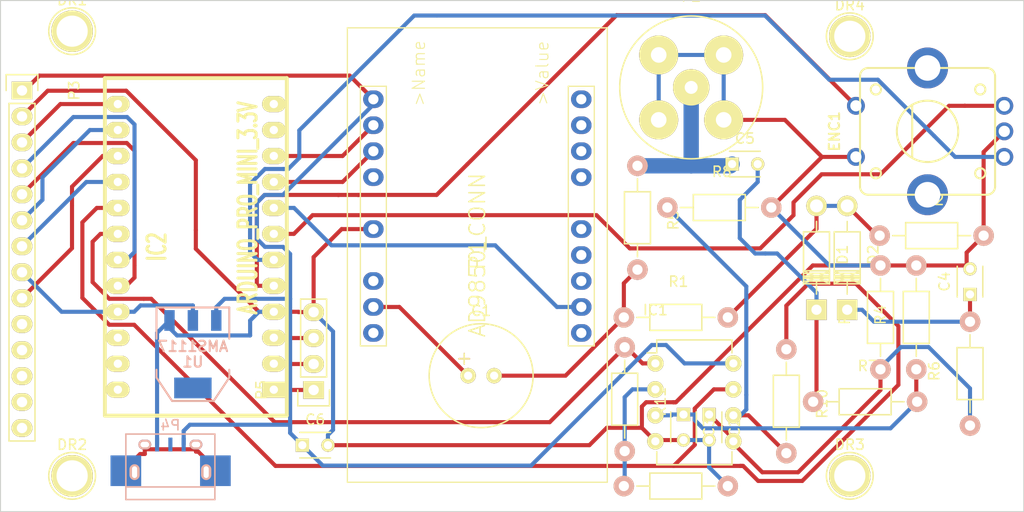
<source format=kicad_pcb>
(kicad_pcb (version 20171130) (host pcbnew "(5.1.12)-1")

  (general
    (thickness 1.6)
    (drawings 8)
    (tracks 306)
    (zones 0)
    (modules 34)
    (nets 54)
  )

  (page A4)
  (layers
    (0 F.Cu signal)
    (31 B.Cu signal)
    (32 B.Adhes user hide)
    (33 F.Adhes user hide)
    (34 B.Paste user hide)
    (35 F.Paste user hide)
    (36 B.SilkS user hide)
    (37 F.SilkS user hide)
    (38 B.Mask user hide)
    (39 F.Mask user hide)
    (40 Dwgs.User user hide)
    (41 Cmts.User user hide)
    (42 Eco1.User user hide)
    (43 Eco2.User user hide)
    (44 Edge.Cuts user)
    (45 Margin user hide)
    (46 B.CrtYd user hide)
    (47 F.CrtYd user hide)
    (48 B.Fab user hide)
    (49 F.Fab user hide)
  )

  (setup
    (last_trace_width 0.4)
    (trace_clearance 0.25)
    (zone_clearance 0.508)
    (zone_45_only no)
    (trace_min 0.2)
    (via_size 1.5)
    (via_drill 1)
    (via_min_size 0.4)
    (via_min_drill 0.3)
    (uvia_size 1.5)
    (uvia_drill 1)
    (uvias_allowed no)
    (uvia_min_size 0.2)
    (uvia_min_drill 0.1)
    (edge_width 0.1)
    (segment_width 0.2)
    (pcb_text_width 0.3)
    (pcb_text_size 1.5 1.5)
    (mod_edge_width 0.15)
    (mod_text_size 1 1)
    (mod_text_width 0.15)
    (pad_size 2.99974 2.99974)
    (pad_drill 0)
    (pad_to_mask_clearance 0)
    (aux_axis_origin 0 0)
    (visible_elements 7FFFFFFF)
    (pcbplotparams
      (layerselection 0x3ffff_80000001)
      (usegerberextensions false)
      (usegerberattributes true)
      (usegerberadvancedattributes true)
      (creategerberjobfile true)
      (excludeedgelayer false)
      (linewidth 0.100000)
      (plotframeref false)
      (viasonmask false)
      (mode 1)
      (useauxorigin false)
      (hpglpennumber 1)
      (hpglpenspeed 20)
      (hpglpendiameter 15.000000)
      (psnegative false)
      (psa4output false)
      (plotreference false)
      (plotvalue false)
      (plotinvisibletext false)
      (padsonsilk false)
      (subtractmaskfromsilk false)
      (outputformat 1)
      (mirror false)
      (drillshape 0)
      (scaleselection 1)
      (outputdirectory "gerber"))
  )

  (net 0 "")
  (net 1 "Net-(C1-Pad2)")
  (net 2 "Net-(C1-Pad1)")
  (net 3 "Net-(C2-Pad1)")
  (net 4 "Net-(C3-Pad1)")
  (net 5 GND)
  (net 6 "Net-(C4-Pad1)")
  (net 7 "Net-(C5-Pad1)")
  (net 8 +5V)
  (net 9 "Net-(D1-Pad2)")
  (net 10 "Net-(ENC1-PadA)")
  (net 11 "Net-(ENC1-PadB)")
  (net 12 "Net-(ENC1-PadSW2)")
  (net 13 "Net-(P1-Pad4)")
  (net 14 "Net-(P1-Pad8)")
  (net 15 "Net-(P1-Pad10)")
  (net 16 "Net-(IC1-Pad6)")
  (net 17 "Net-(IC1-Pad7)")
  (net 18 "Net-(IC1-Pad1)")
  (net 19 "Net-(IC1-Pad2)")
  (net 20 "Net-(IC2-Pad1)")
  (net 21 "Net-(IC2-Pad2)")
  (net 22 "Net-(IC2-Pad3)")
  (net 23 "Net-(IC2-Pad8)")
  (net 24 "Net-(IC2-Pad9)")
  (net 25 "Net-(IC2-Pad10)")
  (net 26 "Net-(IC2-Pad11)")
  (net 27 "Net-(IC2-Pad12)")
  (net 28 "Net-(IC2-Pad13)")
  (net 29 "Net-(IC2-Pad14)")
  (net 30 "Net-(IC2-Pad15)")
  (net 31 "Net-(IC2-Pad16)")
  (net 32 "Net-(IC2-Pad19)")
  (net 33 "Net-(IC2-Pad20)")
  (net 34 "Net-(IC2-Pad21)")
  (net 35 "Net-(IC2-Pad22)")
  (net 36 "Net-(IC2-Pad23)")
  (net 37 "Net-(IC2-Pad24)")
  (net 38 "Net-(C5-Pad2)")
  (net 39 "Net-(P1-Pad20)")
  (net 40 "Net-(P1-Pad19)")
  (net 41 "Net-(P1-Pad18)")
  (net 42 "Net-(P1-Pad17)")
  (net 43 "Net-(P1-Pad15)")
  (net 44 "Net-(P1-Pad14)")
  (net 45 "Net-(P1-Pad13)")
  (net 46 "Net-(P1-Pad11)")
  (net 47 "Net-(P3-Pad10)")
  (net 48 "Net-(P3-Pad11)")
  (net 49 "Net-(P3-Pad12)")
  (net 50 "Net-(P3-Pad13)")
  (net 51 "Net-(P3-Pad14)")
  (net 52 "Net-(P4-Pad3)")
  (net 53 "Net-(P4-Pad6)")

  (net_class Default "This is the default net class."
    (clearance 0.25)
    (trace_width 0.4)
    (via_dia 1.5)
    (via_drill 1)
    (uvia_dia 1.5)
    (uvia_drill 1)
    (add_net +5V)
    (add_net GND)
    (add_net "Net-(C1-Pad1)")
    (add_net "Net-(C1-Pad2)")
    (add_net "Net-(C2-Pad1)")
    (add_net "Net-(C3-Pad1)")
    (add_net "Net-(C4-Pad1)")
    (add_net "Net-(C5-Pad2)")
    (add_net "Net-(D1-Pad2)")
    (add_net "Net-(ENC1-PadA)")
    (add_net "Net-(ENC1-PadB)")
    (add_net "Net-(ENC1-PadSW2)")
    (add_net "Net-(IC1-Pad1)")
    (add_net "Net-(IC1-Pad2)")
    (add_net "Net-(IC1-Pad6)")
    (add_net "Net-(IC1-Pad7)")
    (add_net "Net-(IC2-Pad1)")
    (add_net "Net-(IC2-Pad10)")
    (add_net "Net-(IC2-Pad11)")
    (add_net "Net-(IC2-Pad12)")
    (add_net "Net-(IC2-Pad13)")
    (add_net "Net-(IC2-Pad14)")
    (add_net "Net-(IC2-Pad15)")
    (add_net "Net-(IC2-Pad16)")
    (add_net "Net-(IC2-Pad19)")
    (add_net "Net-(IC2-Pad2)")
    (add_net "Net-(IC2-Pad20)")
    (add_net "Net-(IC2-Pad21)")
    (add_net "Net-(IC2-Pad22)")
    (add_net "Net-(IC2-Pad23)")
    (add_net "Net-(IC2-Pad24)")
    (add_net "Net-(IC2-Pad3)")
    (add_net "Net-(IC2-Pad8)")
    (add_net "Net-(IC2-Pad9)")
    (add_net "Net-(P1-Pad10)")
    (add_net "Net-(P1-Pad11)")
    (add_net "Net-(P1-Pad13)")
    (add_net "Net-(P1-Pad14)")
    (add_net "Net-(P1-Pad15)")
    (add_net "Net-(P1-Pad17)")
    (add_net "Net-(P1-Pad18)")
    (add_net "Net-(P1-Pad19)")
    (add_net "Net-(P1-Pad20)")
    (add_net "Net-(P1-Pad4)")
    (add_net "Net-(P1-Pad8)")
    (add_net "Net-(P3-Pad10)")
    (add_net "Net-(P3-Pad11)")
    (add_net "Net-(P3-Pad12)")
    (add_net "Net-(P3-Pad13)")
    (add_net "Net-(P3-Pad14)")
    (add_net "Net-(P4-Pad3)")
    (add_net "Net-(P4-Pad6)")
  )

  (net_class ANT ""
    (clearance 0.25)
    (trace_width 1.5)
    (via_dia 1.5)
    (via_drill 1)
    (uvia_dia 1.5)
    (uvia_drill 1)
    (add_net "Net-(C5-Pad1)")
  )

  (module Measurement_Points:Measurement_Point_Square-SMD-Pad_Big (layer B.Cu) (tedit 55D373DE) (tstamp 55D373C5)
    (at 102.25 130)
    (descr "Mesurement Point, Square, SMD Pad,  3mm x 3mm,")
    (tags "Mesurement Point, Square, SMD Pad, 3mm x 3mm,")
    (fp_text reference "" (at 0 3.81) (layer B.SilkS)
      (effects (font (size 1 1) (thickness 0.15)) (justify mirror))
    )
    (fp_text value "" (at 2.54 -3.81) (layer B.Fab)
      (effects (font (size 1 1) (thickness 0.15)) (justify mirror))
    )
    (pad Sold smd rect (at 0 0) (size 2.99974 2.99974) (layers B.Cu B.Paste B.Mask))
  )

  (module dds-module-ad9850:DDS_AD9850 locked (layer F.Cu) (tedit 55CA2C15) (tstamp 55C7B1E5)
    (at 136.6 108.9 270)
    (descr "AD9850 DDS module")
    (path /558F3F74)
    (fp_text reference P1 (at 0 0 270) (layer F.SilkS)
      (effects (font (size 1.524 1.524) (thickness 0.15)))
    )
    (fp_text value AD9850_CONN (at 0 0 270) (layer F.SilkS)
      (effects (font (size 1.524 1.524) (thickness 0.15)))
    )
    (fp_line (start -22.225 12.7) (end -22.225 -12.7) (layer F.SilkS) (width 0.127))
    (fp_line (start 22.225 12.7) (end -22.225 12.7) (layer F.SilkS) (width 0.127))
    (fp_line (start 22.225 -12.7) (end 22.225 12.7) (layer F.SilkS) (width 0.127))
    (fp_line (start -22.225 -12.7) (end 22.225 -12.7) (layer F.SilkS) (width 0.127))
    (fp_line (start 8.89 -8.89) (end -16.51 -8.89) (layer F.SilkS) (width 0.127))
    (fp_line (start 8.89 -11.43) (end 8.89 -8.89) (layer F.SilkS) (width 0.127))
    (fp_line (start -16.51 -11.43) (end 8.89 -11.43) (layer F.SilkS) (width 0.127))
    (fp_line (start -16.51 -8.89) (end -16.51 -11.43) (layer F.SilkS) (width 0.127))
    (fp_line (start 8.89 11.43) (end -16.51 11.43) (layer F.SilkS) (width 0.127))
    (fp_line (start 8.89 8.89) (end 8.89 11.43) (layer F.SilkS) (width 0.127))
    (fp_line (start -16.51 8.89) (end 8.89 8.89) (layer F.SilkS) (width 0.127))
    (fp_line (start -16.51 11.43) (end -16.51 8.89) (layer F.SilkS) (width 0.127))
    (fp_line (start -19.05 0) (end -16.51 0) (layer Dwgs.User) (width 0.127))
    (fp_line (start -17.78 1.27) (end -17.78 -1.27) (layer Dwgs.User) (width 0.127))
    (fp_line (start -13.97 3.81) (end -21.59 3.81) (layer Dwgs.User) (width 0.127))
    (fp_line (start -13.97 -3.81) (end -13.97 3.81) (layer Dwgs.User) (width 0.127))
    (fp_line (start -21.59 -3.81) (end -13.97 -3.81) (layer Dwgs.User) (width 0.127))
    (fp_line (start -21.59 3.81) (end -21.59 -3.81) (layer Dwgs.User) (width 0.127))
    (fp_circle (center -17.78 0) (end -16.28 0) (layer Dwgs.User) (width 0.127))
    (fp_line (start 18.415 3.81) (end 13.335 3.81) (layer Dwgs.User) (width 0.127))
    (fp_line (start 18.415 -3.81) (end 18.415 3.81) (layer Dwgs.User) (width 0.127))
    (fp_line (start 13.335 -3.81) (end 18.415 -3.81) (layer Dwgs.User) (width 0.127))
    (fp_line (start 13.335 3.81) (end 13.335 -3.81) (layer Dwgs.User) (width 0.127))
    (fp_circle (center -19.685 -10.16) (end -18.185 -10.16) (layer Dwgs.User) (width 0.127))
    (fp_circle (center -19.685 10.16) (end -18.185 10.16) (layer Dwgs.User) (width 0.127))
    (fp_circle (center 19.685 -10.16) (end 21.185 -10.16) (layer Dwgs.User) (width 0.127))
    (fp_circle (center 19.685 10.16) (end 21.185 10.16) (layer Dwgs.User) (width 0.127))
    (fp_line (start 22.25 -12.7) (end 22.25 12.7) (layer Dwgs.User) (width 0.127))
    (fp_line (start -22.25 -12.7) (end 22.25 -12.7) (layer Dwgs.User) (width 0.127))
    (fp_line (start -22.25 12.7) (end -22.25 -12.7) (layer Dwgs.User) (width 0.127))
    (fp_line (start 22.25 12.7) (end -22.25 12.7) (layer Dwgs.User) (width 0.127))
    (fp_text user "XO 125MHz" (at 15.875 0) (layer Dwgs.User)
      (effects (font (size 1.2065 1.2065) (thickness 0.1016)))
    )
    (fp_text user >Value (at -17.78 -6.35 270) (layer F.SilkS)
      (effects (font (size 1.2065 1.2065) (thickness 0.1016)))
    )
    (fp_text user >Name (at -17.78 5.715 270) (layer F.SilkS)
      (effects (font (size 1.2065 1.2065) (thickness 0.1016)))
    )
    (pad 1 thru_hole oval (at -15.24 10.16 270) (size 1.72 2) (drill 1) (layers *.Cu *.Mask)
      (net 8 +5V) (clearance 0.2))
    (pad 2 thru_hole oval (at -12.7 10.16 270) (size 1.72 2) (drill 1) (layers *.Cu *.Mask)
      (net 25 "Net-(IC2-Pad10)"))
    (pad 3 thru_hole oval (at -10.16 10.16 270) (size 1.72 2) (drill 1) (layers *.Cu *.Mask)
      (net 24 "Net-(IC2-Pad9)"))
    (pad 4 thru_hole oval (at -7.62 10.16 270) (size 1.72 2) (drill 1) (layers *.Cu *.Mask)
      (net 13 "Net-(P1-Pad4)") (clearance 0.2))
    (pad 6 thru_hole oval (at -2.54 10.16 270) (size 1.72 2) (drill 1) (layers *.Cu *.Mask)
      (net 5 GND) (clearance 0.2))
    (pad 8 thru_hole oval (at 2.54 10.16 270) (size 1.72 2) (drill 1) (layers *.Cu *.Mask)
      (net 14 "Net-(P1-Pad8)"))
    (pad 9 thru_hole oval (at 5.08 10.16 270) (size 1.72 2) (drill 1) (layers *.Cu *.Mask)
      (net 2 "Net-(C1-Pad1)"))
    (pad 10 thru_hole oval (at 7.62 10.16 270) (size 1.72 2) (drill 1) (layers *.Cu *.Mask)
      (net 15 "Net-(P1-Pad10)"))
    (pad 20 thru_hole oval (at -15.24 -10.16 270) (size 1.72 2) (drill 1) (layers *.Cu *.Mask)
      (net 39 "Net-(P1-Pad20)"))
    (pad 19 thru_hole oval (at -12.7 -10.16 270) (size 1.72 2) (drill 1) (layers *.Cu *.Mask)
      (net 40 "Net-(P1-Pad19)"))
    (pad 18 thru_hole oval (at -10.16 -10.16 270) (size 1.72 2) (drill 1) (layers *.Cu *.Mask)
      (net 41 "Net-(P1-Pad18)"))
    (pad 17 thru_hole oval (at -7.62 -10.16 270) (size 1.72 2) (drill 1) (layers *.Cu *.Mask)
      (net 42 "Net-(P1-Pad17)"))
    (pad 15 thru_hole oval (at -2.54 -10.16 270) (size 1.72 2) (drill 1) (layers *.Cu *.Mask)
      (net 43 "Net-(P1-Pad15)"))
    (pad 14 thru_hole oval (at 0 -10.16 270) (size 1.72 2) (drill 1) (layers *.Cu *.Mask)
      (net 44 "Net-(P1-Pad14)"))
    (pad 13 thru_hole oval (at 2.54 -10.16 270) (size 1.72 2) (drill 1) (layers *.Cu *.Mask)
      (net 45 "Net-(P1-Pad13)"))
    (pad 12 thru_hole oval (at 5.08 -10.16 270) (size 1.72 2) (drill 1) (layers *.Cu *.Mask)
      (net 23 "Net-(IC2-Pad8)"))
    (pad 11 thru_hole oval (at 7.62 -10.16 270) (size 1.72 2) (drill 1) (layers *.Cu *.Mask)
      (net 46 "Net-(P1-Pad11)"))
  )

  (module Connect:USB_Micro-B (layer B.Cu) (tedit 55CA1F43) (tstamp 55C7B222)
    (at 106.6 129 180)
    (descr "Micro USB Type B Receptacle")
    (tags "USB USB_B USB_micro USB_OTG")
    (path /55C68FD7)
    (attr smd)
    (fp_text reference P4 (at 0 3.45 180) (layer B.SilkS)
      (effects (font (size 1 1) (thickness 0.15)) (justify mirror))
    )
    (fp_text value USB_OTG (at 0 -4.8 180) (layer B.Fab)
      (effects (font (size 1 1) (thickness 0.15)) (justify mirror))
    )
    (fp_line (start -4.3509 -3.81746) (end -4.3509 2.58754) (layer B.SilkS) (width 0.15))
    (fp_line (start 4.3491 -2.58746) (end -4.3509 -2.58746) (layer B.SilkS) (width 0.15))
    (fp_line (start 4.3491 2.58754) (end 4.3491 -3.81746) (layer B.SilkS) (width 0.15))
    (fp_line (start -4.3509 2.58754) (end 4.3491 2.58754) (layer B.SilkS) (width 0.15))
    (fp_line (start -4.3509 -3.81746) (end 4.3491 -3.81746) (layer B.SilkS) (width 0.15))
    (fp_line (start -4.6 -4.05) (end -4.6 2.8) (layer B.CrtYd) (width 0.05))
    (fp_line (start 4.6 -4.05) (end -4.6 -4.05) (layer B.CrtYd) (width 0.05))
    (fp_line (start 4.6 2.8) (end 4.6 -4.05) (layer B.CrtYd) (width 0.05))
    (fp_line (start -4.6 2.8) (end 4.6 2.8) (layer B.CrtYd) (width 0.05))
    (pad 1 smd rect (at -1.3009 1.56254 90) (size 1.35 0.4) (layers B.Cu B.Paste B.Mask)
      (net 8 +5V) (clearance 0.1))
    (pad 3 smd rect (at -0.0009 1.56254 90) (size 1.35 0.4) (layers B.Cu B.Paste B.Mask)
      (net 52 "Net-(P4-Pad3)") (clearance 0.1))
    (pad 5 smd rect (at 1.2991 1.56254 90) (size 1.35 0.4) (layers B.Cu B.Paste B.Mask)
      (net 5 GND) (clearance 0.1))
    (pad 6 thru_hole oval (at -2.5009 1.56254 90) (size 0.95 1.25) (drill oval 0.55 0.85) (layers *.Cu *.Mask B.SilkS)
      (net 53 "Net-(P4-Pad6)"))
    (pad 6 thru_hole oval (at 2.4991 1.56254 90) (size 0.95 1.25) (drill oval 0.55 0.85) (layers *.Cu *.Mask B.SilkS)
      (net 53 "Net-(P4-Pad6)"))
    (pad 6 thru_hole oval (at -3.5009 -1.13746 90) (size 1.55 1) (drill oval 1.15 0.5) (layers *.Cu *.Mask B.SilkS)
      (net 53 "Net-(P4-Pad6)"))
    (pad 6 thru_hole oval (at 3.4991 -1.13746 90) (size 1.55 1) (drill oval 1.15 0.5) (layers *.Cu *.Mask B.SilkS)
      (net 53 "Net-(P4-Pad6)"))
  )

  (module Connect:1pin locked (layer F.Cu) (tedit 55C7C45D) (tstamp 55C79526)
    (at 97 87)
    (descr "module 1 pin (ou trou mecanique de percage)")
    (tags DEV)
    (fp_text reference DR1 (at 0 -3.048) (layer F.SilkS)
      (effects (font (size 1 1) (thickness 0.15)))
    )
    (fp_text value "" (at 0 2.794) (layer F.Fab)
      (effects (font (size 1 1) (thickness 0.15)))
    )
    (fp_circle (center 0 0) (end 0 -2.286) (layer F.SilkS) (width 0.15))
    (pad "" thru_hole circle (at 0 0) (size 4.064 4.064) (drill 3.048) (layers *.Cu *.Mask F.SilkS))
  )

  (module Connect:1pin locked (layer F.Cu) (tedit 55C7C468) (tstamp 55C79535)
    (at 97 130.5)
    (descr "module 1 pin (ou trou mecanique de percage)")
    (tags DEV)
    (fp_text reference DR2 (at 0 -3.048) (layer F.SilkS)
      (effects (font (size 1 1) (thickness 0.15)))
    )
    (fp_text value "" (at 0 2.794) (layer F.Fab)
      (effects (font (size 1 1) (thickness 0.15)))
    )
    (fp_circle (center 0 0) (end 0 -2.286) (layer F.SilkS) (width 0.15))
    (pad "" thru_hole circle (at 0 0) (size 4.064 4.064) (drill 3.048) (layers *.Cu *.Mask F.SilkS))
  )

  (module Connect:1pin locked (layer F.Cu) (tedit 55C7C47C) (tstamp 55C79581)
    (at 173 87.5)
    (descr "module 1 pin (ou trou mecanique de percage)")
    (tags DEV)
    (fp_text reference DR4 (at 0 -3.048) (layer F.SilkS)
      (effects (font (size 1 1) (thickness 0.15)))
    )
    (fp_text value "" (at 0 2.794) (layer F.Fab)
      (effects (font (size 1 1) (thickness 0.15)))
    )
    (fp_circle (center 0 0) (end 0 -2.286) (layer F.SilkS) (width 0.15))
    (pad "" thru_hole circle (at 0 0) (size 4.064 4.064) (drill 3.048) (layers *.Cu *.Mask F.SilkS))
  )

  (module Connect:1pin locked (layer F.Cu) (tedit 55C7C470) (tstamp 55C79587)
    (at 173 130.5)
    (descr "module 1 pin (ou trou mecanique de percage)")
    (tags DEV)
    (fp_text reference DR3 (at 0 -3.048) (layer F.SilkS)
      (effects (font (size 1 1) (thickness 0.15)))
    )
    (fp_text value "" (at 0 2.794) (layer F.Fab)
      (effects (font (size 1 1) (thickness 0.15)))
    )
    (fp_circle (center 0 0) (end 0 -2.286) (layer F.SilkS) (width 0.15))
    (pad "" thru_hole circle (at 0 0) (size 4.064 4.064) (drill 3.048) (layers *.Cu *.Mask F.SilkS))
  )

  (module Capacitors_Elko_ThroughHole:Elko_vert_20x10mm_RM2.5 (layer F.Cu) (tedit 5454A36B) (tstamp 55C7B0F6)
    (at 135.7 120.7)
    (descr "Electrolytic Capacitor, vertical, diameter 10mm, RM 2,5mm, radial,")
    (tags "Electrolytic Capacitor, vertical, diameter 10mm, RM 2,5mm, Elko, Electrolytkondensator, Kondensator gepolt, Durchmesser 10mm, radial,")
    (path /557093CE)
    (fp_text reference C1 (at 1.27 -6.35) (layer F.SilkS)
      (effects (font (size 1 1) (thickness 0.15)))
    )
    (fp_text value 1uF (at 1.27 6.35) (layer F.Fab)
      (effects (font (size 1 1) (thickness 0.15)))
    )
    (fp_circle (center 1.27 0) (end 6.35 0) (layer F.SilkS) (width 0.15))
    (fp_line (start -0.889 -1.651) (end 0.127 -1.651) (layer F.Cu) (width 0.15))
    (fp_line (start -0.381 -2.159) (end -0.381 -1.143) (layer F.Cu) (width 0.15))
    (fp_line (start -0.889 -1.651) (end 0.127 -1.651) (layer F.SilkS) (width 0.15))
    (fp_line (start -0.381 -2.159) (end -0.381 -1.143) (layer F.SilkS) (width 0.15))
    (pad 2 thru_hole circle (at 2.54 0) (size 1.50114 1.50114) (drill 0.8001) (layers *.Cu *.Mask F.SilkS)
      (net 1 "Net-(C1-Pad2)"))
    (pad 1 thru_hole circle (at 0 0) (size 1.50114 1.50114) (drill 0.8001) (layers *.Cu *.Mask F.SilkS)
      (net 2 "Net-(C1-Pad1)"))
    (model Capacitors_Elko_ThroughHole.3dshapes/Elko_vert_20x10mm_RM2.5.wrl
      (at (xyz 0 0 0))
      (scale (xyz 1 1 1))
      (rotate (xyz 0 0 0))
    )
  )

  (module Capacitors_ThroughHole:C_Disc_D3_P2.5 (layer F.Cu) (tedit 0) (tstamp 55C7B102)
    (at 159.25 124.5 270)
    (descr "Capacitor 3mm Disc, Pitch 2.5mm")
    (tags Capacitor)
    (path /558F85E3)
    (fp_text reference C2 (at 1.25 -2.5 270) (layer F.SilkS)
      (effects (font (size 1 1) (thickness 0.15)))
    )
    (fp_text value 10n (at 1.25 2.5 270) (layer F.Fab)
      (effects (font (size 1 1) (thickness 0.15)))
    )
    (fp_line (start 2.75 1.25) (end -0.25 1.25) (layer F.SilkS) (width 0.15))
    (fp_line (start -0.25 -1.25) (end 2.75 -1.25) (layer F.SilkS) (width 0.15))
    (fp_line (start -0.9 1.5) (end -0.9 -1.5) (layer F.CrtYd) (width 0.05))
    (fp_line (start 3.4 1.5) (end -0.9 1.5) (layer F.CrtYd) (width 0.05))
    (fp_line (start 3.4 -1.5) (end 3.4 1.5) (layer F.CrtYd) (width 0.05))
    (fp_line (start -0.9 -1.5) (end 3.4 -1.5) (layer F.CrtYd) (width 0.05))
    (pad 1 thru_hole rect (at 0 0 270) (size 1.3 1.3) (drill 0.8) (layers *.Cu *.Mask F.SilkS)
      (net 3 "Net-(C2-Pad1)"))
    (pad 2 thru_hole circle (at 2.5 0 270) (size 1.3 1.3) (drill 0.8001) (layers *.Cu *.Mask F.SilkS)
      (net 5 GND))
    (model Capacitors_ThroughHole.3dshapes/C_Disc_D3_P2.5.wrl
      (offset (xyz 1.250000021226883 0 0))
      (scale (xyz 1 1 1))
      (rotate (xyz 0 0 0))
    )
  )

  (module Capacitors_ThroughHole:C_Disc_D3_P2.5 (layer F.Cu) (tedit 0) (tstamp 55C7B10E)
    (at 156.75 124.5 270)
    (descr "Capacitor 3mm Disc, Pitch 2.5mm")
    (tags Capacitor)
    (path /5570853C)
    (fp_text reference C3 (at 1.25 -2.5 270) (layer F.SilkS)
      (effects (font (size 1 1) (thickness 0.15)))
    )
    (fp_text value 10n (at 1.25 2.5 270) (layer F.Fab)
      (effects (font (size 1 1) (thickness 0.15)))
    )
    (fp_line (start 2.75 1.25) (end -0.25 1.25) (layer F.SilkS) (width 0.15))
    (fp_line (start -0.25 -1.25) (end 2.75 -1.25) (layer F.SilkS) (width 0.15))
    (fp_line (start -0.9 1.5) (end -0.9 -1.5) (layer F.CrtYd) (width 0.05))
    (fp_line (start 3.4 1.5) (end -0.9 1.5) (layer F.CrtYd) (width 0.05))
    (fp_line (start 3.4 -1.5) (end 3.4 1.5) (layer F.CrtYd) (width 0.05))
    (fp_line (start -0.9 -1.5) (end 3.4 -1.5) (layer F.CrtYd) (width 0.05))
    (pad 1 thru_hole rect (at 0 0 270) (size 1.3 1.3) (drill 0.8) (layers *.Cu *.Mask F.SilkS)
      (net 4 "Net-(C3-Pad1)"))
    (pad 2 thru_hole circle (at 2.5 0 270) (size 1.3 1.3) (drill 0.8001) (layers *.Cu *.Mask F.SilkS)
      (net 5 GND))
    (model Capacitors_ThroughHole.3dshapes/C_Disc_D3_P2.5.wrl
      (offset (xyz 1.250000021226883 0 0))
      (scale (xyz 1 1 1))
      (rotate (xyz 0 0 0))
    )
  )

  (module Capacitors_ThroughHole:C_Disc_D3_P2.5 (layer F.Cu) (tedit 0) (tstamp 55C7B11A)
    (at 184.75 112.75 90)
    (descr "Capacitor 3mm Disc, Pitch 2.5mm")
    (tags Capacitor)
    (path /5570890C)
    (fp_text reference C4 (at 1.25 -2.5 90) (layer F.SilkS)
      (effects (font (size 1 1) (thickness 0.15)))
    )
    (fp_text value 100n (at 1.25 2.5 90) (layer F.Fab)
      (effects (font (size 1 1) (thickness 0.15)))
    )
    (fp_line (start 2.75 1.25) (end -0.25 1.25) (layer F.SilkS) (width 0.15))
    (fp_line (start -0.25 -1.25) (end 2.75 -1.25) (layer F.SilkS) (width 0.15))
    (fp_line (start -0.9 1.5) (end -0.9 -1.5) (layer F.CrtYd) (width 0.05))
    (fp_line (start 3.4 1.5) (end -0.9 1.5) (layer F.CrtYd) (width 0.05))
    (fp_line (start 3.4 -1.5) (end 3.4 1.5) (layer F.CrtYd) (width 0.05))
    (fp_line (start -0.9 -1.5) (end 3.4 -1.5) (layer F.CrtYd) (width 0.05))
    (pad 1 thru_hole rect (at 0 0 90) (size 1.3 1.3) (drill 0.8) (layers *.Cu *.Mask F.SilkS)
      (net 6 "Net-(C4-Pad1)"))
    (pad 2 thru_hole circle (at 2.5 0 90) (size 1.3 1.3) (drill 0.8001) (layers *.Cu *.Mask F.SilkS)
      (net 5 GND))
    (model Capacitors_ThroughHole.3dshapes/C_Disc_D3_P2.5.wrl
      (offset (xyz 1.250000021226883 0 0))
      (scale (xyz 1 1 1))
      (rotate (xyz 0 0 0))
    )
  )

  (module Capacitors_ThroughHole:C_Disc_D3_P2.5 (layer F.Cu) (tedit 0) (tstamp 55C7B126)
    (at 161.5 100)
    (descr "Capacitor 3mm Disc, Pitch 2.5mm")
    (tags Capacitor)
    (path /5570869C)
    (fp_text reference C5 (at 1.25 -2.5) (layer F.SilkS)
      (effects (font (size 1 1) (thickness 0.15)))
    )
    (fp_text value 100n (at 1.25 2.5) (layer F.Fab)
      (effects (font (size 1 1) (thickness 0.15)))
    )
    (fp_line (start 2.75 1.25) (end -0.25 1.25) (layer F.SilkS) (width 0.15))
    (fp_line (start -0.25 -1.25) (end 2.75 -1.25) (layer F.SilkS) (width 0.15))
    (fp_line (start -0.9 1.5) (end -0.9 -1.5) (layer F.CrtYd) (width 0.05))
    (fp_line (start 3.4 1.5) (end -0.9 1.5) (layer F.CrtYd) (width 0.05))
    (fp_line (start 3.4 -1.5) (end 3.4 1.5) (layer F.CrtYd) (width 0.05))
    (fp_line (start -0.9 -1.5) (end 3.4 -1.5) (layer F.CrtYd) (width 0.05))
    (pad 1 thru_hole rect (at 0 0) (size 1.3 1.3) (drill 0.8) (layers *.Cu *.Mask F.SilkS)
      (net 7 "Net-(C5-Pad1)"))
    (pad 2 thru_hole circle (at 2.5 0) (size 1.3 1.3) (drill 0.8001) (layers *.Cu *.Mask F.SilkS)
      (net 38 "Net-(C5-Pad2)"))
    (model Capacitors_ThroughHole.3dshapes/C_Disc_D3_P2.5.wrl
      (offset (xyz 1.250000021226883 0 0))
      (scale (xyz 1 1 1))
      (rotate (xyz 0 0 0))
    )
  )

  (module Capacitors_ThroughHole:C_Disc_D3_P2.5 (layer F.Cu) (tedit 0) (tstamp 55C7B132)
    (at 119.5 127.5)
    (descr "Capacitor 3mm Disc, Pitch 2.5mm")
    (tags Capacitor)
    (path /55718C7C)
    (fp_text reference C6 (at 1.25 -2.5) (layer F.SilkS)
      (effects (font (size 1 1) (thickness 0.15)))
    )
    (fp_text value 10n (at 1.25 2.5) (layer F.Fab)
      (effects (font (size 1 1) (thickness 0.15)))
    )
    (fp_line (start 2.75 1.25) (end -0.25 1.25) (layer F.SilkS) (width 0.15))
    (fp_line (start -0.25 -1.25) (end 2.75 -1.25) (layer F.SilkS) (width 0.15))
    (fp_line (start -0.9 1.5) (end -0.9 -1.5) (layer F.CrtYd) (width 0.05))
    (fp_line (start 3.4 1.5) (end -0.9 1.5) (layer F.CrtYd) (width 0.05))
    (fp_line (start 3.4 -1.5) (end 3.4 1.5) (layer F.CrtYd) (width 0.05))
    (fp_line (start -0.9 -1.5) (end 3.4 -1.5) (layer F.CrtYd) (width 0.05))
    (pad 1 thru_hole rect (at 0 0) (size 1.3 1.3) (drill 0.8) (layers *.Cu *.Mask F.SilkS)
      (net 8 +5V))
    (pad 2 thru_hole circle (at 2.5 0) (size 1.3 1.3) (drill 0.8001) (layers *.Cu *.Mask F.SilkS)
      (net 5 GND))
    (model Capacitors_ThroughHole.3dshapes/C_Disc_D3_P2.5.wrl
      (offset (xyz 1.250000021226883 0 0))
      (scale (xyz 1 1 1))
      (rotate (xyz 0 0 0))
    )
  )

  (module Diodes_ThroughHole:Diode_DO-41_SOD81_Horizontal_RM10 (layer F.Cu) (tedit 552FFCCE) (tstamp 55C7B146)
    (at 169.75 114.25 90)
    (descr "Diode, DO-41, SOD81, Horizontal, RM 10mm,")
    (tags "Diode, DO-41, SOD81, Horizontal, RM 10mm, 1N4007, SB140,")
    (path /557085C1)
    (fp_text reference D1 (at 5.38734 2.53746 90) (layer F.SilkS)
      (effects (font (size 1 1) (thickness 0.15)))
    )
    (fp_text value AA143 (at 4.37134 -3.55854 90) (layer F.Fab)
      (effects (font (size 1 1) (thickness 0.15)))
    )
    (fp_line (start 7.62 1.26746) (end 2.54 1.26746) (layer F.SilkS) (width 0.15))
    (fp_line (start 7.62 -1.27254) (end 7.62 1.26746) (layer F.SilkS) (width 0.15))
    (fp_line (start 2.54 -1.27254) (end 7.62 -1.27254) (layer F.SilkS) (width 0.15))
    (fp_line (start 2.54 1.26746) (end 2.54 -1.27254) (layer F.SilkS) (width 0.15))
    (fp_line (start 3.175 -1.27254) (end 3.175 1.26746) (layer F.SilkS) (width 0.15))
    (fp_line (start 3.81 -1.27254) (end 3.81 1.26746) (layer F.SilkS) (width 0.15))
    (fp_line (start 2.54 -1.27254) (end 3.81 1.26746) (layer F.SilkS) (width 0.15))
    (fp_line (start 3.81 -1.27254) (end 2.54 1.26746) (layer F.SilkS) (width 0.15))
    (fp_line (start 2.794 -1.27254) (end 2.794 1.26746) (layer F.SilkS) (width 0.15))
    (fp_line (start 3.556 -1.27254) (end 3.556 1.26746) (layer F.SilkS) (width 0.15))
    (fp_line (start 3.302 -1.27254) (end 3.302 1.26746) (layer F.SilkS) (width 0.15))
    (fp_line (start 3.048 -1.27254) (end 3.048 1.26746) (layer F.SilkS) (width 0.15))
    (fp_line (start 2.794 -0.00254) (end 1.524 -0.00254) (layer F.SilkS) (width 0.15))
    (fp_line (start 7.62 -0.00254) (end 8.636 -0.00254) (layer F.SilkS) (width 0.15))
    (pad 2 thru_hole circle (at 10.16 -0.00254 270) (size 1.99898 1.99898) (drill 1.27) (layers *.Cu *.Mask F.SilkS)
      (net 9 "Net-(D1-Pad2)"))
    (pad 1 thru_hole rect (at 0 -0.00254 270) (size 1.99898 1.99898) (drill 1.00076) (layers *.Cu *.Mask F.SilkS)
      (net 38 "Net-(C5-Pad2)"))
  )

  (module Diodes_ThroughHole:Diode_DO-41_SOD81_Horizontal_RM10 (layer F.Cu) (tedit 552FFCCE) (tstamp 55C7B15A)
    (at 172.75 114.25 90)
    (descr "Diode, DO-41, SOD81, Horizontal, RM 10mm,")
    (tags "Diode, DO-41, SOD81, Horizontal, RM 10mm, 1N4007, SB140,")
    (path /55708657)
    (fp_text reference D2 (at 5.38734 2.53746 90) (layer F.SilkS)
      (effects (font (size 1 1) (thickness 0.15)))
    )
    (fp_text value AA143 (at 4.37134 -3.55854 90) (layer F.Fab)
      (effects (font (size 1 1) (thickness 0.15)))
    )
    (fp_line (start 7.62 1.26746) (end 2.54 1.26746) (layer F.SilkS) (width 0.15))
    (fp_line (start 7.62 -1.27254) (end 7.62 1.26746) (layer F.SilkS) (width 0.15))
    (fp_line (start 2.54 -1.27254) (end 7.62 -1.27254) (layer F.SilkS) (width 0.15))
    (fp_line (start 2.54 1.26746) (end 2.54 -1.27254) (layer F.SilkS) (width 0.15))
    (fp_line (start 3.175 -1.27254) (end 3.175 1.26746) (layer F.SilkS) (width 0.15))
    (fp_line (start 3.81 -1.27254) (end 3.81 1.26746) (layer F.SilkS) (width 0.15))
    (fp_line (start 2.54 -1.27254) (end 3.81 1.26746) (layer F.SilkS) (width 0.15))
    (fp_line (start 3.81 -1.27254) (end 2.54 1.26746) (layer F.SilkS) (width 0.15))
    (fp_line (start 2.794 -1.27254) (end 2.794 1.26746) (layer F.SilkS) (width 0.15))
    (fp_line (start 3.556 -1.27254) (end 3.556 1.26746) (layer F.SilkS) (width 0.15))
    (fp_line (start 3.302 -1.27254) (end 3.302 1.26746) (layer F.SilkS) (width 0.15))
    (fp_line (start 3.048 -1.27254) (end 3.048 1.26746) (layer F.SilkS) (width 0.15))
    (fp_line (start 2.794 -0.00254) (end 1.524 -0.00254) (layer F.SilkS) (width 0.15))
    (fp_line (start 7.62 -0.00254) (end 8.636 -0.00254) (layer F.SilkS) (width 0.15))
    (pad 2 thru_hole circle (at 10.16 -0.00254 270) (size 1.99898 1.99898) (drill 1.27) (layers *.Cu *.Mask F.SilkS)
      (net 9 "Net-(D1-Pad2)"))
    (pad 1 thru_hole rect (at 0 -0.00254 270) (size 1.99898 1.99898) (drill 1.00076) (layers *.Cu *.Mask F.SilkS)
      (net 6 "Net-(C4-Pad1)"))
  )

  (module Rotary-Encoders:BI_EN12-HS22AF30 locked (layer F.Cu) (tedit 55435F07) (tstamp 55C7B174)
    (at 180.6 96.8 90)
    (tags "rotary, encoder, BI-Technologies")
    (path /559B7A1A)
    (fp_text reference ENC1 (at 0 -9.1 90) (layer F.SilkS)
      (effects (font (size 1 1) (thickness 0.2)))
    )
    (fp_text value BI_EN11-HSM1AF15 (at 0 -4.8 90) (layer F.SilkS) hide
      (effects (font (size 1 1) (thickness 0.2)))
    )
    (fp_circle (center 0 0) (end 3 0) (layer F.SilkS) (width 0.2))
    (fp_line (start -2.6 -1.5) (end 2.6 -1.5) (layer F.SilkS) (width 0.2))
    (fp_line (start -5.4 6.6) (end 5.4 6.6) (layer F.SilkS) (width 0.2))
    (fp_line (start -5.4 -6.6) (end 5.4 -6.6) (layer F.SilkS) (width 0.2))
    (fp_line (start 6.2 -5.8) (end 6.2 5.8) (layer F.SilkS) (width 0.2))
    (fp_line (start -6.2 5.8) (end -6.2 -5.8) (layer F.SilkS) (width 0.2))
    (fp_circle (center -4.1 -5.05) (end -3.6 -5.05) (layer F.SilkS) (width 0.2))
    (fp_circle (center 4.1 -5.05) (end 4.6 -5.05) (layer F.SilkS) (width 0.2))
    (fp_circle (center 4.1 5.15) (end 4.6 5.15) (layer F.SilkS) (width 0.2))
    (fp_circle (center -4.1 5.15) (end -3.6 5.15) (layer F.SilkS) (width 0.2))
    (fp_circle (center 0 0) (end 3.75 0) (layer F.Fab) (width 0.05))
    (fp_arc (start -5.4 -5.8) (end -6.2 -5.8) (angle 90) (layer F.SilkS) (width 0.2))
    (fp_arc (start -5.4 5.8) (end -5.4 6.6) (angle 90) (layer F.SilkS) (width 0.2))
    (fp_arc (start 5.4 5.8) (end 6.2 5.8) (angle 90) (layer F.SilkS) (width 0.2))
    (fp_arc (start 5.4 -5.8) (end 5.4 -6.6) (angle 90) (layer F.SilkS) (width 0.2))
    (pad A thru_hole circle (at -2.5 7.5 90) (size 1.75 1.75) (drill 1.1) (layers *.Cu *.Mask)
      (net 10 "Net-(ENC1-PadA)"))
    (pad B thru_hole circle (at 2.5 7.5 90) (size 1.75 1.75) (drill 1.1) (layers *.Cu *.Mask)
      (net 11 "Net-(ENC1-PadB)"))
    (pad C thru_hole circle (at 0 7.5 90) (size 1.75 1.75) (drill 1.1) (layers *.Cu *.Mask)
      (net 5 GND))
    (pad SW2 thru_hole circle (at 2.5 -7 90) (size 1.75 1.75) (drill 1.1) (layers *.Cu *.Mask)
      (net 12 "Net-(ENC1-PadSW2)"))
    (pad SW1 thru_hole circle (at -2.5 -7 90) (size 1.75 1.75) (drill 1.1) (layers *.Cu *.Mask)
      (net 5 GND))
    (pad body thru_hole oval (at 6.2 0 90) (size 4 4) (drill 2.5) (layers *.Cu *.Mask))
    (pad body thru_hole oval (at -6.2 0 90) (size 4 4) (drill 2.5) (layers *.Cu *.Mask))
  )

  (module Housings_DIP:DIP-8_W7.62mm (layer F.Cu) (tedit 54130A77) (tstamp 55C7B18B)
    (at 154 119.5)
    (descr "8-lead dip package, row spacing 7.62 mm (300 mils)")
    (tags "dil dip 2.54 300")
    (path /55720929)
    (fp_text reference IC1 (at 0 -5.22) (layer F.SilkS)
      (effects (font (size 1 1) (thickness 0.15)))
    )
    (fp_text value MCP6002 (at 0 -3.72) (layer F.Fab)
      (effects (font (size 1 1) (thickness 0.15)))
    )
    (fp_line (start 0.135 -1.025) (end -0.8 -1.025) (layer F.SilkS) (width 0.15))
    (fp_line (start 0.135 9.915) (end 7.485 9.915) (layer F.SilkS) (width 0.15))
    (fp_line (start 0.135 -2.295) (end 7.485 -2.295) (layer F.SilkS) (width 0.15))
    (fp_line (start 0.135 9.915) (end 0.135 8.645) (layer F.SilkS) (width 0.15))
    (fp_line (start 7.485 9.915) (end 7.485 8.645) (layer F.SilkS) (width 0.15))
    (fp_line (start 7.485 -2.295) (end 7.485 -1.025) (layer F.SilkS) (width 0.15))
    (fp_line (start 0.135 -2.295) (end 0.135 -1.025) (layer F.SilkS) (width 0.15))
    (fp_line (start -1.05 10.1) (end 8.65 10.1) (layer F.CrtYd) (width 0.05))
    (fp_line (start -1.05 -2.45) (end 8.65 -2.45) (layer F.CrtYd) (width 0.05))
    (fp_line (start 8.65 -2.45) (end 8.65 10.1) (layer F.CrtYd) (width 0.05))
    (fp_line (start -1.05 -2.45) (end -1.05 10.1) (layer F.CrtYd) (width 0.05))
    (pad 1 thru_hole oval (at 0 0) (size 1.6 1.6) (drill 0.8) (layers *.Cu *.Mask F.SilkS)
      (net 18 "Net-(IC1-Pad1)"))
    (pad 2 thru_hole oval (at 0 2.54) (size 1.6 1.6) (drill 0.8) (layers *.Cu *.Mask F.SilkS)
      (net 19 "Net-(IC1-Pad2)"))
    (pad 3 thru_hole oval (at 0 5.08) (size 1.6 1.6) (drill 0.8) (layers *.Cu *.Mask F.SilkS)
      (net 4 "Net-(C3-Pad1)"))
    (pad 4 thru_hole oval (at 0 7.62) (size 1.6 1.6) (drill 0.8) (layers *.Cu *.Mask F.SilkS)
      (net 5 GND))
    (pad 5 thru_hole oval (at 7.62 7.62) (size 1.6 1.6) (drill 0.8) (layers *.Cu *.Mask F.SilkS)
      (net 3 "Net-(C2-Pad1)"))
    (pad 6 thru_hole oval (at 7.62 5.08) (size 1.6 1.6) (drill 0.8) (layers *.Cu *.Mask F.SilkS)
      (net 16 "Net-(IC1-Pad6)"))
    (pad 7 thru_hole oval (at 7.62 2.54) (size 1.6 1.6) (drill 0.8) (layers *.Cu *.Mask F.SilkS)
      (net 17 "Net-(IC1-Pad7)"))
    (pad 8 thru_hole oval (at 7.62 0) (size 1.6 1.6) (drill 0.8) (layers *.Cu *.Mask F.SilkS)
      (net 8 +5V))
    (model Housings_DIP.3dshapes/DIP-8_W7.62mm.wrl
      (at (xyz 0 0 0))
      (scale (xyz 1 1 1))
      (rotate (xyz 0 0 0))
    )
  )

  (module "arduino pro mini:ARDUINO_PRO_MINI" locked (layer F.Cu) (tedit 52DF2A06) (tstamp 55C7B1AB)
    (at 112.9 108.1 90)
    (descr "Arduino pro mini, eliptcal pads")
    (tags arduino)
    (path /559C1201)
    (fp_text reference IC2 (at 0 -7.62 90) (layer F.SilkS)
      (effects (font (size 1.778 1.143) (thickness 0.28702)))
    )
    (fp_text value ARDUINO_PRO_MINI_3.3V (at 3.81 1.27 90) (layer F.SilkS)
      (effects (font (size 1.778 1.143) (thickness 0.28702)))
    )
    (fp_line (start 16.51 5.08) (end -16.51 5.08) (layer F.SilkS) (width 0.381))
    (fp_line (start -16.51 -12.7) (end 16.51 -12.7) (layer F.SilkS) (width 0.381))
    (fp_line (start 16.51 -12.7) (end 16.51 5.08) (layer F.SilkS) (width 0.381))
    (fp_line (start -16.51 -12.7) (end -16.51 5.08) (layer F.SilkS) (width 0.381))
    (pad 1 thru_hole rect (at -13.97 3.81 90) (size 1.5748 2.286) (drill 0.8128) (layers *.Cu *.Mask F.SilkS)
      (net 20 "Net-(IC2-Pad1)"))
    (pad 2 thru_hole oval (at -11.43 3.81 90) (size 1.5748 2.286) (drill 0.8128) (layers *.Cu *.Mask F.SilkS)
      (net 21 "Net-(IC2-Pad2)"))
    (pad 3 thru_hole oval (at -8.89 3.81 90) (size 1.5748 2.286) (drill 0.8128) (layers *.Cu *.Mask F.SilkS)
      (net 22 "Net-(IC2-Pad3)"))
    (pad 4 thru_hole oval (at -6.35 3.81 90) (size 1.5748 2.286) (drill 0.8128) (layers *.Cu *.Mask F.SilkS)
      (net 5 GND))
    (pad 5 thru_hole oval (at -3.81 3.81 90) (size 1.5748 2.286) (drill 0.8128) (layers *.Cu *.Mask F.SilkS)
      (net 12 "Net-(ENC1-PadSW2)"))
    (pad 6 thru_hole oval (at -1.27 3.81 90) (size 1.5748 2.286) (drill 0.8128) (layers *.Cu *.Mask F.SilkS)
      (net 10 "Net-(ENC1-PadA)"))
    (pad 7 thru_hole oval (at 1.27 3.81 90) (size 1.5748 2.286) (drill 0.8128) (layers *.Cu *.Mask F.SilkS)
      (net 11 "Net-(ENC1-PadB)"))
    (pad 8 thru_hole oval (at 3.81 3.81 90) (size 1.5748 2.286) (drill 0.8128) (layers *.Cu *.Mask F.SilkS)
      (net 23 "Net-(IC2-Pad8)"))
    (pad 9 thru_hole oval (at 6.35 3.81 90) (size 1.5748 2.286) (drill 0.8128) (layers *.Cu *.Mask F.SilkS)
      (net 24 "Net-(IC2-Pad9)"))
    (pad 10 thru_hole oval (at 8.89 3.81 90) (size 1.5748 2.286) (drill 0.8128) (layers *.Cu *.Mask F.SilkS)
      (net 25 "Net-(IC2-Pad10)"))
    (pad 11 thru_hole oval (at 11.43 3.81 90) (size 1.5748 2.286) (drill 0.8128) (layers *.Cu *.Mask F.SilkS)
      (net 26 "Net-(IC2-Pad11)"))
    (pad 12 thru_hole oval (at 13.97 3.81 90) (size 1.5748 2.286) (drill 0.8128) (layers *.Cu *.Mask F.SilkS)
      (net 27 "Net-(IC2-Pad12)"))
    (pad 13 thru_hole oval (at 13.97 -11.43 90) (size 1.5748 2.286) (drill 0.8128) (layers *.Cu *.Mask F.SilkS)
      (net 28 "Net-(IC2-Pad13)"))
    (pad 14 thru_hole oval (at 11.43 -11.43 90) (size 1.5748 2.286) (drill 0.8128) (layers *.Cu *.Mask F.SilkS)
      (net 29 "Net-(IC2-Pad14)"))
    (pad 15 thru_hole oval (at 8.89 -11.43 90) (size 1.5748 2.286) (drill 0.8128) (layers *.Cu *.Mask F.SilkS)
      (net 30 "Net-(IC2-Pad15)"))
    (pad 16 thru_hole oval (at 6.35 -11.43 90) (size 1.5748 2.286) (drill 0.8128) (layers *.Cu *.Mask F.SilkS)
      (net 31 "Net-(IC2-Pad16)"))
    (pad 17 thru_hole oval (at 3.81 -11.43 90) (size 1.5748 2.286) (drill 0.8128) (layers *.Cu *.Mask F.SilkS)
      (net 17 "Net-(IC1-Pad7)"))
    (pad 18 thru_hole oval (at 1.27 -11.43 90) (size 1.5748 2.286) (drill 0.8128) (layers *.Cu *.Mask F.SilkS)
      (net 18 "Net-(IC1-Pad1)"))
    (pad 19 thru_hole oval (at -1.27 -11.43 90) (size 1.5748 2.286) (drill 0.8128) (layers *.Cu *.Mask F.SilkS)
      (net 32 "Net-(IC2-Pad19)"))
    (pad 20 thru_hole oval (at -3.81 -11.43 90) (size 1.5748 2.286) (drill 0.8128) (layers *.Cu *.Mask F.SilkS)
      (net 33 "Net-(IC2-Pad20)"))
    (pad 21 thru_hole oval (at -6.35 -11.43 90) (size 1.5748 2.286) (drill 0.8128) (layers *.Cu *.Mask F.SilkS)
      (net 34 "Net-(IC2-Pad21)"))
    (pad 22 thru_hole oval (at -8.89 -11.43 90) (size 1.5748 2.286) (drill 0.8128) (layers *.Cu *.Mask F.SilkS)
      (net 35 "Net-(IC2-Pad22)"))
    (pad 23 thru_hole oval (at -11.43 -11.43 90) (size 1.5748 2.286) (drill 0.8128) (layers *.Cu *.Mask F.SilkS)
      (net 36 "Net-(IC2-Pad23)"))
    (pad 24 thru_hole oval (at -13.97 -11.43 90) (size 1.5748 2.286) (drill 0.8128) (layers *.Cu *.Mask F.SilkS)
      (net 37 "Net-(IC2-Pad24)"))
    (model dil/dil_24-w300.wrl
      (at (xyz 0 0 0))
      (scale (xyz 1 1 1))
      (rotate (xyz 0 0 0))
    )
  )

  (module Connect:bnc-ci (layer F.Cu) (tedit 0) (tstamp 55C7B1EF)
    (at 157.5 92.5)
    (path /559C17A6)
    (fp_text reference P2 (at 0 -8.89) (layer F.SilkS)
      (effects (font (size 1 1) (thickness 0.15)))
    )
    (fp_text value BNC (at 0 8.89) (layer F.Fab)
      (effects (font (size 1 1) (thickness 0.15)))
    )
    (fp_circle (center 0 0) (end -6.985 0) (layer F.SilkS) (width 0.15))
    (pad 2 thru_hole circle (at -3.175 -3.175) (size 3.81 3.81) (drill 1.524) (layers *.Cu *.Mask F.SilkS)
      (net 5 GND))
    (pad 1 thru_hole circle (at 0 0) (size 3.556 3.556) (drill 1.27) (layers *.Cu *.Mask F.SilkS)
      (net 7 "Net-(C5-Pad1)"))
    (pad 2 thru_hole circle (at 3.175 -3.175) (size 3.81 3.81) (drill 1.524) (layers *.Cu *.Mask F.SilkS)
      (net 5 GND))
    (pad 2 thru_hole circle (at -3.175 3.175) (size 3.81 3.81) (drill 1.524) (layers *.Cu *.Mask F.SilkS)
      (net 5 GND))
    (pad 2 thru_hole circle (at 3.175 3.175) (size 3.81 3.81) (drill 1.524) (layers *.Cu *.Mask F.SilkS)
      (net 5 GND))
    (model Connect.3dshapes/bnc-ci.wrl
      (at (xyz 0 0 0))
      (scale (xyz 2 2 2))
      (rotate (xyz 0 0 0))
    )
  )

  (module Socket_Strips:Socket_Strip_Straight_1x14 locked (layer F.Cu) (tedit 0) (tstamp 55C7B20C)
    (at 92.1 92.8 270)
    (descr "Through hole socket strip")
    (tags "socket strip")
    (path /55C698D3)
    (fp_text reference P3 (at 0 -5.1 270) (layer F.SilkS)
      (effects (font (size 1 1) (thickness 0.15)))
    )
    (fp_text value CONN_LCD (at 0 -3.1 270) (layer F.Fab)
      (effects (font (size 1 1) (thickness 0.15)))
    )
    (fp_line (start -1.55 -1.55) (end -1.55 1.55) (layer F.SilkS) (width 0.15))
    (fp_line (start 0 -1.55) (end -1.55 -1.55) (layer F.SilkS) (width 0.15))
    (fp_line (start 1.27 1.27) (end 1.27 -1.27) (layer F.SilkS) (width 0.15))
    (fp_line (start -1.55 1.55) (end 0 1.55) (layer F.SilkS) (width 0.15))
    (fp_line (start 34.29 1.27) (end 1.27 1.27) (layer F.SilkS) (width 0.15))
    (fp_line (start 34.29 -1.27) (end 34.29 1.27) (layer F.SilkS) (width 0.15))
    (fp_line (start 1.27 -1.27) (end 34.29 -1.27) (layer F.SilkS) (width 0.15))
    (fp_line (start -1.75 1.75) (end 34.8 1.75) (layer F.CrtYd) (width 0.05))
    (fp_line (start -1.75 -1.75) (end 34.8 -1.75) (layer F.CrtYd) (width 0.05))
    (fp_line (start 34.8 -1.75) (end 34.8 1.75) (layer F.CrtYd) (width 0.05))
    (fp_line (start -1.75 -1.75) (end -1.75 1.75) (layer F.CrtYd) (width 0.05))
    (pad 1 thru_hole rect (at 0 0 270) (size 1.7272 2.032) (drill 1.016) (layers *.Cu *.Mask F.SilkS)
      (net 8 +5V))
    (pad 2 thru_hole oval (at 2.54 0 270) (size 1.7272 2.032) (drill 1.016) (layers *.Cu *.Mask F.SilkS)
      (net 5 GND))
    (pad 3 thru_hole oval (at 5.08 0 270) (size 1.7272 2.032) (drill 1.016) (layers *.Cu *.Mask F.SilkS)
      (net 28 "Net-(IC2-Pad13)"))
    (pad 4 thru_hole oval (at 7.62 0 270) (size 1.7272 2.032) (drill 1.016) (layers *.Cu *.Mask F.SilkS)
      (net 32 "Net-(IC2-Pad19)"))
    (pad 5 thru_hole oval (at 10.16 0 270) (size 1.7272 2.032) (drill 1.016) (layers *.Cu *.Mask F.SilkS)
      (net 33 "Net-(IC2-Pad20)"))
    (pad 6 thru_hole oval (at 12.7 0 270) (size 1.7272 2.032) (drill 1.016) (layers *.Cu *.Mask F.SilkS)
      (net 29 "Net-(IC2-Pad14)"))
    (pad 7 thru_hole oval (at 15.24 0 270) (size 1.7272 2.032) (drill 1.016) (layers *.Cu *.Mask F.SilkS)
      (net 31 "Net-(IC2-Pad16)"))
    (pad 8 thru_hole oval (at 17.78 0 270) (size 1.7272 2.032) (drill 1.016) (layers *.Cu *.Mask F.SilkS)
      (net 34 "Net-(IC2-Pad21)"))
    (pad 9 thru_hole oval (at 20.32 0 270) (size 1.7272 2.032) (drill 1.016) (layers *.Cu *.Mask F.SilkS)
      (net 30 "Net-(IC2-Pad15)"))
    (pad 10 thru_hole oval (at 22.86 0 270) (size 1.7272 2.032) (drill 1.016) (layers *.Cu *.Mask F.SilkS)
      (net 47 "Net-(P3-Pad10)"))
    (pad 11 thru_hole oval (at 25.4 0 270) (size 1.7272 2.032) (drill 1.016) (layers *.Cu *.Mask F.SilkS)
      (net 48 "Net-(P3-Pad11)"))
    (pad 12 thru_hole oval (at 27.94 0 270) (size 1.7272 2.032) (drill 1.016) (layers *.Cu *.Mask F.SilkS)
      (net 49 "Net-(P3-Pad12)"))
    (pad 13 thru_hole oval (at 30.48 0 270) (size 1.7272 2.032) (drill 1.016) (layers *.Cu *.Mask F.SilkS)
      (net 50 "Net-(P3-Pad13)"))
    (pad 14 thru_hole oval (at 33.02 0 270) (size 1.7272 2.032) (drill 1.016) (layers *.Cu *.Mask F.SilkS)
      (net 51 "Net-(P3-Pad14)"))
    (model Socket_Strips.3dshapes/Socket_Strip_Straight_1x14.wrl
      (offset (xyz 16.50999975204468 0 0))
      (scale (xyz 1 1 1))
      (rotate (xyz 0 0 180))
    )
  )

  (module Socket_Strips:Socket_Strip_Straight_1x04 (layer F.Cu) (tedit 0) (tstamp 55C7B235)
    (at 120.6 122.1 90)
    (descr "Through hole socket strip")
    (tags "socket strip")
    (path /55C6A4DD)
    (fp_text reference P5 (at 0 -5.1 90) (layer F.SilkS)
      (effects (font (size 1 1) (thickness 0.15)))
    )
    (fp_text value CONN_PROG (at 0 -3.1 90) (layer F.Fab)
      (effects (font (size 1 1) (thickness 0.15)))
    )
    (fp_line (start -1.55 -1.55) (end -1.55 1.55) (layer F.SilkS) (width 0.15))
    (fp_line (start 0 -1.55) (end -1.55 -1.55) (layer F.SilkS) (width 0.15))
    (fp_line (start 1.27 1.27) (end 1.27 -1.27) (layer F.SilkS) (width 0.15))
    (fp_line (start 8.89 -1.27) (end 8.89 1.27) (layer F.SilkS) (width 0.15))
    (fp_line (start -1.55 1.55) (end 0 1.55) (layer F.SilkS) (width 0.15))
    (fp_line (start 1.27 1.27) (end 8.89 1.27) (layer F.SilkS) (width 0.15))
    (fp_line (start 1.27 -1.27) (end 8.89 -1.27) (layer F.SilkS) (width 0.15))
    (fp_line (start -1.75 1.75) (end 9.4 1.75) (layer F.CrtYd) (width 0.05))
    (fp_line (start -1.75 -1.75) (end 9.4 -1.75) (layer F.CrtYd) (width 0.05))
    (fp_line (start 9.4 -1.75) (end 9.4 1.75) (layer F.CrtYd) (width 0.05))
    (fp_line (start -1.75 -1.75) (end -1.75 1.75) (layer F.CrtYd) (width 0.05))
    (pad 1 thru_hole rect (at 0 0 90) (size 1.7272 2.032) (drill 1.016) (layers *.Cu *.Mask F.SilkS)
      (net 20 "Net-(IC2-Pad1)"))
    (pad 2 thru_hole oval (at 2.54 0 90) (size 1.7272 2.032) (drill 1.016) (layers *.Cu *.Mask F.SilkS)
      (net 21 "Net-(IC2-Pad2)"))
    (pad 3 thru_hole oval (at 5.08 0 90) (size 1.7272 2.032) (drill 1.016) (layers *.Cu *.Mask F.SilkS)
      (net 22 "Net-(IC2-Pad3)"))
    (pad 4 thru_hole oval (at 7.62 0 90) (size 1.7272 2.032) (drill 1.016) (layers *.Cu *.Mask F.SilkS)
      (net 5 GND))
    (model Socket_Strips.3dshapes/Socket_Strip_Straight_1x04.wrl
      (offset (xyz 3.809999942779541 0 0))
      (scale (xyz 1 1 1))
      (rotate (xyz 0 0 180))
    )
  )

  (module Resistors_ThroughHole:Resistor_Horizontal_RM10mm (layer F.Cu) (tedit 53F56209) (tstamp 55C7B241)
    (at 156 115)
    (descr "Resistor, Axial,  RM 10mm, 1/3W,")
    (tags "Resistor, Axial, RM 10mm, 1/3W,")
    (path /558F4E4C)
    (fp_text reference R1 (at 0.24892 -3.50012) (layer F.SilkS)
      (effects (font (size 1 1) (thickness 0.15)))
    )
    (fp_text value 50 (at 3.81 3.81) (layer F.Fab)
      (effects (font (size 1 1) (thickness 0.15)))
    )
    (fp_line (start 2.54 0) (end 3.81 0) (layer F.SilkS) (width 0.15))
    (fp_line (start -2.54 0) (end -3.81 0) (layer F.SilkS) (width 0.15))
    (fp_line (start -2.54 1.27) (end -2.54 -1.27) (layer F.SilkS) (width 0.15))
    (fp_line (start 2.54 1.27) (end -2.54 1.27) (layer F.SilkS) (width 0.15))
    (fp_line (start 2.54 -1.27) (end 2.54 1.27) (layer F.SilkS) (width 0.15))
    (fp_line (start -2.54 -1.27) (end 2.54 -1.27) (layer F.SilkS) (width 0.15))
    (pad 1 thru_hole circle (at -5.08 0) (size 1.99898 1.99898) (drill 1.00076) (layers *.Cu *.SilkS *.Mask)
      (net 1 "Net-(C1-Pad2)"))
    (pad 2 thru_hole circle (at 5.08 0) (size 1.99898 1.99898) (drill 1.00076) (layers *.Cu *.SilkS *.Mask)
      (net 9 "Net-(D1-Pad2)"))
    (model Resistors_ThroughHole.3dshapes/Resistor_Horizontal_RM10mm.wrl
      (at (xyz 0 0 0))
      (scale (xyz 0.4 0.4 0.4))
      (rotate (xyz 0 0 0))
    )
  )

  (module Resistors_ThroughHole:Resistor_Horizontal_RM10mm (layer F.Cu) (tedit 53F56209) (tstamp 55C7B24D)
    (at 181 107)
    (descr "Resistor, Axial,  RM 10mm, 1/3W,")
    (tags "Resistor, Axial, RM 10mm, 1/3W,")
    (path /558F4A8F)
    (fp_text reference R2 (at 0.24892 -3.50012) (layer F.SilkS)
      (effects (font (size 1 1) (thickness 0.15)))
    )
    (fp_text value 50 (at 3.81 3.81) (layer F.Fab)
      (effects (font (size 1 1) (thickness 0.15)))
    )
    (fp_line (start 2.54 0) (end 3.81 0) (layer F.SilkS) (width 0.15))
    (fp_line (start -2.54 0) (end -3.81 0) (layer F.SilkS) (width 0.15))
    (fp_line (start -2.54 1.27) (end -2.54 -1.27) (layer F.SilkS) (width 0.15))
    (fp_line (start 2.54 1.27) (end -2.54 1.27) (layer F.SilkS) (width 0.15))
    (fp_line (start 2.54 -1.27) (end 2.54 1.27) (layer F.SilkS) (width 0.15))
    (fp_line (start -2.54 -1.27) (end 2.54 -1.27) (layer F.SilkS) (width 0.15))
    (pad 1 thru_hole circle (at -5.08 0) (size 1.99898 1.99898) (drill 1.00076) (layers *.Cu *.SilkS *.Mask)
      (net 9 "Net-(D1-Pad2)"))
    (pad 2 thru_hole circle (at 5.08 0) (size 1.99898 1.99898) (drill 1.00076) (layers *.Cu *.SilkS *.Mask)
      (net 5 GND))
    (model Resistors_ThroughHole.3dshapes/Resistor_Horizontal_RM10mm.wrl
      (at (xyz 0 0 0))
      (scale (xyz 0.4 0.4 0.4))
      (rotate (xyz 0 0 0))
    )
  )

  (module Resistors_ThroughHole:Resistor_Horizontal_RM10mm (layer F.Cu) (tedit 53F56209) (tstamp 55C7B259)
    (at 176 115 90)
    (descr "Resistor, Axial,  RM 10mm, 1/3W,")
    (tags "Resistor, Axial, RM 10mm, 1/3W,")
    (path /558F85E9)
    (fp_text reference R3 (at 0.24892 -3.50012 90) (layer F.SilkS)
      (effects (font (size 1 1) (thickness 0.15)))
    )
    (fp_text value 100k (at 3.81 3.81 90) (layer F.Fab)
      (effects (font (size 1 1) (thickness 0.15)))
    )
    (fp_line (start 2.54 0) (end 3.81 0) (layer F.SilkS) (width 0.15))
    (fp_line (start -2.54 0) (end -3.81 0) (layer F.SilkS) (width 0.15))
    (fp_line (start -2.54 1.27) (end -2.54 -1.27) (layer F.SilkS) (width 0.15))
    (fp_line (start 2.54 1.27) (end -2.54 1.27) (layer F.SilkS) (width 0.15))
    (fp_line (start 2.54 -1.27) (end 2.54 1.27) (layer F.SilkS) (width 0.15))
    (fp_line (start -2.54 -1.27) (end 2.54 -1.27) (layer F.SilkS) (width 0.15))
    (pad 1 thru_hole circle (at -5.08 0 90) (size 1.99898 1.99898) (drill 1.00076) (layers *.Cu *.SilkS *.Mask)
      (net 3 "Net-(C2-Pad1)"))
    (pad 2 thru_hole circle (at 5.08 0 90) (size 1.99898 1.99898) (drill 1.00076) (layers *.Cu *.SilkS *.Mask)
      (net 5 GND))
    (model Resistors_ThroughHole.3dshapes/Resistor_Horizontal_RM10mm.wrl
      (at (xyz 0 0 0))
      (scale (xyz 0.4 0.4 0.4))
      (rotate (xyz 0 0 0))
    )
  )

  (module Resistors_ThroughHole:Resistor_Horizontal_RM10mm (layer F.Cu) (tedit 53F56209) (tstamp 55C7B265)
    (at 179.5 115 90)
    (descr "Resistor, Axial,  RM 10mm, 1/3W,")
    (tags "Resistor, Axial, RM 10mm, 1/3W,")
    (path /55708C04)
    (fp_text reference R4 (at 0.24892 -3.50012 90) (layer F.SilkS)
      (effects (font (size 1 1) (thickness 0.15)))
    )
    (fp_text value 100k (at 3.81 3.81 90) (layer F.Fab)
      (effects (font (size 1 1) (thickness 0.15)))
    )
    (fp_line (start 2.54 0) (end 3.81 0) (layer F.SilkS) (width 0.15))
    (fp_line (start -2.54 0) (end -3.81 0) (layer F.SilkS) (width 0.15))
    (fp_line (start -2.54 1.27) (end -2.54 -1.27) (layer F.SilkS) (width 0.15))
    (fp_line (start 2.54 1.27) (end -2.54 1.27) (layer F.SilkS) (width 0.15))
    (fp_line (start 2.54 -1.27) (end 2.54 1.27) (layer F.SilkS) (width 0.15))
    (fp_line (start -2.54 -1.27) (end 2.54 -1.27) (layer F.SilkS) (width 0.15))
    (pad 1 thru_hole circle (at -5.08 0 90) (size 1.99898 1.99898) (drill 1.00076) (layers *.Cu *.SilkS *.Mask)
      (net 4 "Net-(C3-Pad1)"))
    (pad 2 thru_hole circle (at 5.08 0 90) (size 1.99898 1.99898) (drill 1.00076) (layers *.Cu *.SilkS *.Mask)
      (net 5 GND))
    (model Resistors_ThroughHole.3dshapes/Resistor_Horizontal_RM10mm.wrl
      (at (xyz 0 0 0))
      (scale (xyz 0.4 0.4 0.4))
      (rotate (xyz 0 0 0))
    )
  )

  (module Resistors_ThroughHole:Resistor_Horizontal_RM10mm (layer F.Cu) (tedit 53F56209) (tstamp 55C7B271)
    (at 152.25 105.25 270)
    (descr "Resistor, Axial,  RM 10mm, 1/3W,")
    (tags "Resistor, Axial, RM 10mm, 1/3W,")
    (path /558F5115)
    (fp_text reference R5 (at 0.24892 -3.50012 270) (layer F.SilkS)
      (effects (font (size 1 1) (thickness 0.15)))
    )
    (fp_text value 50 (at 3.81 3.81 270) (layer F.Fab)
      (effects (font (size 1 1) (thickness 0.15)))
    )
    (fp_line (start 2.54 0) (end 3.81 0) (layer F.SilkS) (width 0.15))
    (fp_line (start -2.54 0) (end -3.81 0) (layer F.SilkS) (width 0.15))
    (fp_line (start -2.54 1.27) (end -2.54 -1.27) (layer F.SilkS) (width 0.15))
    (fp_line (start 2.54 1.27) (end -2.54 1.27) (layer F.SilkS) (width 0.15))
    (fp_line (start 2.54 -1.27) (end 2.54 1.27) (layer F.SilkS) (width 0.15))
    (fp_line (start -2.54 -1.27) (end 2.54 -1.27) (layer F.SilkS) (width 0.15))
    (pad 1 thru_hole circle (at -5.08 0 270) (size 1.99898 1.99898) (drill 1.00076) (layers *.Cu *.SilkS *.Mask)
      (net 7 "Net-(C5-Pad1)"))
    (pad 2 thru_hole circle (at 5.08 0 270) (size 1.99898 1.99898) (drill 1.00076) (layers *.Cu *.SilkS *.Mask)
      (net 1 "Net-(C1-Pad2)"))
    (model Resistors_ThroughHole.3dshapes/Resistor_Horizontal_RM10mm.wrl
      (at (xyz 0 0 0))
      (scale (xyz 0.4 0.4 0.4))
      (rotate (xyz 0 0 0))
    )
  )

  (module Resistors_ThroughHole:Resistor_Horizontal_RM10mm (layer F.Cu) (tedit 53F56209) (tstamp 55C7B27D)
    (at 184.75 120.5 90)
    (descr "Resistor, Axial,  RM 10mm, 1/3W,")
    (tags "Resistor, Axial, RM 10mm, 1/3W,")
    (path /557089C8)
    (fp_text reference R6 (at 0.24892 -3.50012 90) (layer F.SilkS)
      (effects (font (size 1 1) (thickness 0.15)))
    )
    (fp_text value 10k (at 3.81 3.81 90) (layer F.Fab)
      (effects (font (size 1 1) (thickness 0.15)))
    )
    (fp_line (start 2.54 0) (end 3.81 0) (layer F.SilkS) (width 0.15))
    (fp_line (start -2.54 0) (end -3.81 0) (layer F.SilkS) (width 0.15))
    (fp_line (start -2.54 1.27) (end -2.54 -1.27) (layer F.SilkS) (width 0.15))
    (fp_line (start 2.54 1.27) (end -2.54 1.27) (layer F.SilkS) (width 0.15))
    (fp_line (start 2.54 -1.27) (end 2.54 1.27) (layer F.SilkS) (width 0.15))
    (fp_line (start -2.54 -1.27) (end 2.54 -1.27) (layer F.SilkS) (width 0.15))
    (pad 1 thru_hole circle (at -5.08 0 90) (size 1.99898 1.99898) (drill 1.00076) (layers *.Cu *.SilkS *.Mask)
      (net 3 "Net-(C2-Pad1)"))
    (pad 2 thru_hole circle (at 5.08 0 90) (size 1.99898 1.99898) (drill 1.00076) (layers *.Cu *.SilkS *.Mask)
      (net 6 "Net-(C4-Pad1)"))
    (model Resistors_ThroughHole.3dshapes/Resistor_Horizontal_RM10mm.wrl
      (at (xyz 0 0 0))
      (scale (xyz 0.4 0.4 0.4))
      (rotate (xyz 0 0 0))
    )
  )

  (module Resistors_ThroughHole:Resistor_Horizontal_RM10mm (layer F.Cu) (tedit 53F56209) (tstamp 55C7B289)
    (at 174.5 123.25)
    (descr "Resistor, Axial,  RM 10mm, 1/3W,")
    (tags "Resistor, Axial, RM 10mm, 1/3W,")
    (path /557084F2)
    (fp_text reference R7 (at 0.24892 -3.50012) (layer F.SilkS)
      (effects (font (size 1 1) (thickness 0.15)))
    )
    (fp_text value 10k (at 3.81 3.81) (layer F.Fab)
      (effects (font (size 1 1) (thickness 0.15)))
    )
    (fp_line (start 2.54 0) (end 3.81 0) (layer F.SilkS) (width 0.15))
    (fp_line (start -2.54 0) (end -3.81 0) (layer F.SilkS) (width 0.15))
    (fp_line (start -2.54 1.27) (end -2.54 -1.27) (layer F.SilkS) (width 0.15))
    (fp_line (start 2.54 1.27) (end -2.54 1.27) (layer F.SilkS) (width 0.15))
    (fp_line (start 2.54 -1.27) (end 2.54 1.27) (layer F.SilkS) (width 0.15))
    (fp_line (start -2.54 -1.27) (end 2.54 -1.27) (layer F.SilkS) (width 0.15))
    (pad 1 thru_hole circle (at -5.08 0) (size 1.99898 1.99898) (drill 1.00076) (layers *.Cu *.SilkS *.Mask)
      (net 38 "Net-(C5-Pad2)"))
    (pad 2 thru_hole circle (at 5.08 0) (size 1.99898 1.99898) (drill 1.00076) (layers *.Cu *.SilkS *.Mask)
      (net 4 "Net-(C3-Pad1)"))
    (model Resistors_ThroughHole.3dshapes/Resistor_Horizontal_RM10mm.wrl
      (at (xyz 0 0 0))
      (scale (xyz 0.4 0.4 0.4))
      (rotate (xyz 0 0 0))
    )
  )

  (module Resistors_ThroughHole:Resistor_Horizontal_RM10mm (layer F.Cu) (tedit 53F56209) (tstamp 55C7B295)
    (at 160.25 104.25)
    (descr "Resistor, Axial,  RM 10mm, 1/3W,")
    (tags "Resistor, Axial, RM 10mm, 1/3W,")
    (path /557187C0)
    (fp_text reference R8 (at 0.24892 -3.50012) (layer F.SilkS)
      (effects (font (size 1 1) (thickness 0.15)))
    )
    (fp_text value 648 (at 3.81 3.81) (layer F.Fab)
      (effects (font (size 1 1) (thickness 0.15)))
    )
    (fp_line (start 2.54 0) (end 3.81 0) (layer F.SilkS) (width 0.15))
    (fp_line (start -2.54 0) (end -3.81 0) (layer F.SilkS) (width 0.15))
    (fp_line (start -2.54 1.27) (end -2.54 -1.27) (layer F.SilkS) (width 0.15))
    (fp_line (start 2.54 1.27) (end -2.54 1.27) (layer F.SilkS) (width 0.15))
    (fp_line (start 2.54 -1.27) (end 2.54 1.27) (layer F.SilkS) (width 0.15))
    (fp_line (start -2.54 -1.27) (end 2.54 -1.27) (layer F.SilkS) (width 0.15))
    (pad 1 thru_hole circle (at -5.08 0) (size 1.99898 1.99898) (drill 1.00076) (layers *.Cu *.SilkS *.Mask)
      (net 16 "Net-(IC1-Pad6)"))
    (pad 2 thru_hole circle (at 5.08 0) (size 1.99898 1.99898) (drill 1.00076) (layers *.Cu *.SilkS *.Mask)
      (net 5 GND))
    (model Resistors_ThroughHole.3dshapes/Resistor_Horizontal_RM10mm.wrl
      (at (xyz 0 0 0))
      (scale (xyz 0.4 0.4 0.4))
      (rotate (xyz 0 0 0))
    )
  )

  (module Resistors_ThroughHole:Resistor_Horizontal_RM10mm (layer F.Cu) (tedit 53F56209) (tstamp 55C7B2A1)
    (at 156 131.5 180)
    (descr "Resistor, Axial,  RM 10mm, 1/3W,")
    (tags "Resistor, Axial, RM 10mm, 1/3W,")
    (path /55717C20)
    (fp_text reference R9 (at 0.24892 -3.50012 180) (layer F.SilkS)
      (effects (font (size 1 1) (thickness 0.15)))
    )
    (fp_text value 648 (at 3.81 3.81 180) (layer F.Fab)
      (effects (font (size 1 1) (thickness 0.15)))
    )
    (fp_line (start 2.54 0) (end 3.81 0) (layer F.SilkS) (width 0.15))
    (fp_line (start -2.54 0) (end -3.81 0) (layer F.SilkS) (width 0.15))
    (fp_line (start -2.54 1.27) (end -2.54 -1.27) (layer F.SilkS) (width 0.15))
    (fp_line (start 2.54 1.27) (end -2.54 1.27) (layer F.SilkS) (width 0.15))
    (fp_line (start 2.54 -1.27) (end 2.54 1.27) (layer F.SilkS) (width 0.15))
    (fp_line (start -2.54 -1.27) (end 2.54 -1.27) (layer F.SilkS) (width 0.15))
    (pad 1 thru_hole circle (at -5.08 0 180) (size 1.99898 1.99898) (drill 1.00076) (layers *.Cu *.SilkS *.Mask)
      (net 5 GND))
    (pad 2 thru_hole circle (at 5.08 0 180) (size 1.99898 1.99898) (drill 1.00076) (layers *.Cu *.SilkS *.Mask)
      (net 19 "Net-(IC1-Pad2)"))
    (model Resistors_ThroughHole.3dshapes/Resistor_Horizontal_RM10mm.wrl
      (at (xyz 0 0 0))
      (scale (xyz 0.4 0.4 0.4))
      (rotate (xyz 0 0 0))
    )
  )

  (module Resistors_ThroughHole:Resistor_Horizontal_RM10mm (layer F.Cu) (tedit 53F56209) (tstamp 55C7B2AD)
    (at 166.8 123.2 270)
    (descr "Resistor, Axial,  RM 10mm, 1/3W,")
    (tags "Resistor, Axial, RM 10mm, 1/3W,")
    (path /558F5F66)
    (fp_text reference R10 (at 0.24892 -3.50012 270) (layer F.SilkS)
      (effects (font (size 1 1) (thickness 0.15)))
    )
    (fp_text value 5k (at 3.81 3.81 270) (layer F.Fab)
      (effects (font (size 1 1) (thickness 0.15)))
    )
    (fp_line (start 2.54 0) (end 3.81 0) (layer F.SilkS) (width 0.15))
    (fp_line (start -2.54 0) (end -3.81 0) (layer F.SilkS) (width 0.15))
    (fp_line (start -2.54 1.27) (end -2.54 -1.27) (layer F.SilkS) (width 0.15))
    (fp_line (start 2.54 1.27) (end -2.54 1.27) (layer F.SilkS) (width 0.15))
    (fp_line (start 2.54 -1.27) (end 2.54 1.27) (layer F.SilkS) (width 0.15))
    (fp_line (start -2.54 -1.27) (end 2.54 -1.27) (layer F.SilkS) (width 0.15))
    (pad 1 thru_hole circle (at -5.08 0 270) (size 1.99898 1.99898) (drill 1.00076) (layers *.Cu *.SilkS *.Mask)
      (net 17 "Net-(IC1-Pad7)"))
    (pad 2 thru_hole circle (at 5.08 0 270) (size 1.99898 1.99898) (drill 1.00076) (layers *.Cu *.SilkS *.Mask)
      (net 16 "Net-(IC1-Pad6)"))
    (model Resistors_ThroughHole.3dshapes/Resistor_Horizontal_RM10mm.wrl
      (at (xyz 0 0 0))
      (scale (xyz 0.4 0.4 0.4))
      (rotate (xyz 0 0 0))
    )
  )

  (module Resistors_ThroughHole:Resistor_Horizontal_RM10mm (layer F.Cu) (tedit 53F56209) (tstamp 55C7B2B9)
    (at 151 123 270)
    (descr "Resistor, Axial,  RM 10mm, 1/3W,")
    (tags "Resistor, Axial, RM 10mm, 1/3W,")
    (path /558F6DAE)
    (fp_text reference R11 (at 0.24892 -3.50012 270) (layer F.SilkS)
      (effects (font (size 1 1) (thickness 0.15)))
    )
    (fp_text value 5k (at 3.81 3.81 270) (layer F.Fab)
      (effects (font (size 1 1) (thickness 0.15)))
    )
    (fp_line (start 2.54 0) (end 3.81 0) (layer F.SilkS) (width 0.15))
    (fp_line (start -2.54 0) (end -3.81 0) (layer F.SilkS) (width 0.15))
    (fp_line (start -2.54 1.27) (end -2.54 -1.27) (layer F.SilkS) (width 0.15))
    (fp_line (start 2.54 1.27) (end -2.54 1.27) (layer F.SilkS) (width 0.15))
    (fp_line (start 2.54 -1.27) (end 2.54 1.27) (layer F.SilkS) (width 0.15))
    (fp_line (start -2.54 -1.27) (end 2.54 -1.27) (layer F.SilkS) (width 0.15))
    (pad 1 thru_hole circle (at -5.08 0 270) (size 1.99898 1.99898) (drill 1.00076) (layers *.Cu *.SilkS *.Mask)
      (net 18 "Net-(IC1-Pad1)"))
    (pad 2 thru_hole circle (at 5.08 0 270) (size 1.99898 1.99898) (drill 1.00076) (layers *.Cu *.SilkS *.Mask)
      (net 19 "Net-(IC1-Pad2)"))
    (model Resistors_ThroughHole.3dshapes/Resistor_Horizontal_RM10mm.wrl
      (at (xyz 0 0 0))
      (scale (xyz 0.4 0.4 0.4))
      (rotate (xyz 0 0 0))
    )
  )

  (module SOT223:SOT223 (layer B.Cu) (tedit 200000) (tstamp 55C7B2C9)
    (at 108.8 118.6)
    (descr "module CMS SOT223 4 pins")
    (tags "CMS SOT")
    (path /558DD50C)
    (attr smd)
    (fp_text reference U1 (at 0 0.762) (layer B.SilkS)
      (effects (font (size 1.016 1.016) (thickness 0.2032)) (justify mirror))
    )
    (fp_text value AMS1117 (at 0 -0.762) (layer B.SilkS)
      (effects (font (size 1.016 1.016) (thickness 0.2032)) (justify mirror))
    )
    (fp_line (start 3.556 2.286) (end 3.556 1.524) (layer B.SilkS) (width 0.2032))
    (fp_line (start 2.032 4.572) (end 3.556 2.286) (layer B.SilkS) (width 0.2032))
    (fp_line (start -2.032 4.572) (end 2.032 4.572) (layer B.SilkS) (width 0.2032))
    (fp_line (start -3.556 2.286) (end -2.032 4.572) (layer B.SilkS) (width 0.2032))
    (fp_line (start -3.556 1.524) (end -3.556 2.286) (layer B.SilkS) (width 0.2032))
    (fp_line (start 3.556 -4.572) (end 3.556 -1.524) (layer B.SilkS) (width 0.2032))
    (fp_line (start -3.556 -4.572) (end 3.556 -4.572) (layer B.SilkS) (width 0.2032))
    (fp_line (start -3.556 -1.524) (end -3.556 -4.572) (layer B.SilkS) (width 0.2032))
    (pad 4 smd rect (at 0 3.302) (size 3.6576 2.032) (layers B.Cu B.Paste B.Mask))
    (pad 2 smd rect (at 0 -3.302) (size 1.016 2.032) (layers B.Cu B.Paste B.Mask)
      (net 34 "Net-(IC2-Pad21)"))
    (pad 3 smd rect (at 2.286 -3.302) (size 1.016 2.032) (layers B.Cu B.Paste B.Mask)
      (net 8 +5V))
    (pad 1 smd rect (at -2.286 -3.302) (size 1.016 2.032) (layers B.Cu B.Paste B.Mask)
      (net 5 GND))
    (model smd/SOT223.wrl
      (at (xyz 0 0 0))
      (scale (xyz 0.4 0.4 0.4))
      (rotate (xyz 0 0 0))
    )
  )

  (module Measurement_Points:Measurement_Point_Square-SMD-Pad_Big (layer B.Cu) (tedit 55D373C9) (tstamp 55D37393)
    (at 111 130)
    (descr "Mesurement Point, Square, SMD Pad,  3mm x 3mm,")
    (tags "Mesurement Point, Square, SMD Pad, 3mm x 3mm,")
    (fp_text reference "" (at 0 3.81) (layer B.SilkS)
      (effects (font (size 1 1) (thickness 0.15)) (justify mirror))
    )
    (fp_text value S (at 2.54 -3.81) (layer B.Fab) hide
      (effects (font (size 1 1) (thickness 0.15)) (justify mirror))
    )
    (pad Sold smd rect (at 0 0) (size 2.99974 2.99974) (layers B.Cu B.Paste B.Mask))
  )

  (dimension 7 (width 0.3) (layer Dwgs.User)
    (gr_text "7.000 mm" (at 76.65 87.5 270) (layer Dwgs.User)
      (effects (font (size 1.5 1.5) (thickness 0.3)))
    )
    (feature1 (pts (xy 83 91) (xy 75.3 91)))
    (feature2 (pts (xy 83 84) (xy 75.3 84)))
    (crossbar (pts (xy 78 84) (xy 78 91)))
    (arrow1a (pts (xy 78 91) (xy 77.413579 89.873496)))
    (arrow1b (pts (xy 78 91) (xy 78.586421 89.873496)))
    (arrow2a (pts (xy 78 84) (xy 77.413579 85.126504)))
    (arrow2b (pts (xy 78 84) (xy 78.586421 85.126504)))
  )
  (dimension 85 (width 0.3) (layer Dwgs.User)
    (gr_text "85.000 mm" (at 132.5 158.35) (layer Dwgs.User)
      (effects (font (size 1.5 1.5) (thickness 0.3)))
    )
    (feature1 (pts (xy 175 147) (xy 175 159.7)))
    (feature2 (pts (xy 90 147) (xy 90 159.7)))
    (crossbar (pts (xy 90 157) (xy 175 157)))
    (arrow1a (pts (xy 175 157) (xy 173.873496 157.586421)))
    (arrow1b (pts (xy 175 157) (xy 173.873496 156.413579)))
    (arrow2a (pts (xy 90 157) (xy 91.126504 157.586421)))
    (arrow2b (pts (xy 90 157) (xy 91.126504 156.413579)))
  )
  (dimension 50 (width 0.3) (layer Dwgs.User)
    (gr_text "50.000 mm" (at 216.35 109 270) (layer Dwgs.User)
      (effects (font (size 1.5 1.5) (thickness 0.3)))
    )
    (feature1 (pts (xy 199 134) (xy 217.7 134)))
    (feature2 (pts (xy 199 84) (xy 217.7 84)))
    (crossbar (pts (xy 215 84) (xy 215 134)))
    (arrow1a (pts (xy 215 134) (xy 214.413579 132.873496)))
    (arrow1b (pts (xy 215 134) (xy 215.586421 132.873496)))
    (arrow2a (pts (xy 215 84) (xy 214.413579 85.126504)))
    (arrow2b (pts (xy 215 84) (xy 215.586421 85.126504)))
  )
  (dimension 100 (width 0.3) (layer Dwgs.User)
    (gr_text "100.000 mm" (at 140 65.65) (layer Dwgs.User)
      (effects (font (size 1.5 1.5) (thickness 0.3)))
    )
    (feature1 (pts (xy 190 76) (xy 190 64.3)))
    (feature2 (pts (xy 90 76) (xy 90 64.3)))
    (crossbar (pts (xy 90 67) (xy 190 67)))
    (arrow1a (pts (xy 190 67) (xy 188.873496 67.586421)))
    (arrow1b (pts (xy 190 67) (xy 188.873496 66.413579)))
    (arrow2a (pts (xy 90 67) (xy 91.126504 67.586421)))
    (arrow2b (pts (xy 90 67) (xy 91.126504 66.413579)))
  )
  (gr_line (start 90 134) (end 90 84) (angle 90) (layer Edge.Cuts) (width 0.1))
  (gr_line (start 190 134) (end 90 134) (angle 90) (layer Edge.Cuts) (width 0.1))
  (gr_line (start 190 84) (end 190 134) (angle 90) (layer Edge.Cuts) (width 0.1))
  (gr_line (start 90 84) (end 190 84) (angle 90) (layer Edge.Cuts) (width 0.1))

  (segment (start 150.92 111.66) (end 152.25 110.33) (width 0.4) (layer F.Cu) (net 1) (tstamp 55CA21B1))
  (segment (start 150.92 115) (end 150.92 111.66) (width 0.4) (layer F.Cu) (net 1))
  (segment (start 145.22 120.7) (end 150.92 115) (width 0.4) (layer F.Cu) (net 1) (tstamp 55CA2C4F))
  (segment (start 138.24 120.7) (end 145.22 120.7) (width 0.4) (layer F.Cu) (net 1))
  (segment (start 128.98 113.98) (end 135.7 120.7) (width 0.4) (layer F.Cu) (net 2))
  (segment (start 126.44 113.98) (end 128.98 113.98) (width 0.4) (layer F.Cu) (net 2))
  (segment (start 161.62 127.12) (end 162.2359 127.12) (width 0.4) (layer F.Cu) (net 3))
  (segment (start 161.62 126.87) (end 159.25 124.5) (width 0.4) (layer F.Cu) (net 3) (tstamp 55CA2425))
  (segment (start 161.62 127.12) (end 161.62 126.87) (width 0.4) (layer F.Cu) (net 3))
  (segment (start 178 117.9) (end 180.7 117.9) (width 0.4) (layer B.Cu) (net 3) (tstamp 55CA24DB))
  (segment (start 180.7 117.9) (end 184.75 121.95) (width 0.4) (layer B.Cu) (net 3) (tstamp 55CA24E0))
  (segment (start 184.75 121.95) (end 184.75 125.58) (width 0.4) (layer B.Cu) (net 3) (tstamp 55CA24E2))
  (segment (start 176 119.9) (end 178 117.9) (width 0.4) (layer B.Cu) (net 3) (tstamp 55CA24D8))
  (segment (start 176 120.08) (end 176 119.9) (width 0.4) (layer B.Cu) (net 3))
  (segment (start 164.45 130.15) (end 167.95 130.15) (width 0.4) (layer F.Cu) (net 3) (tstamp 55CA321B))
  (segment (start 167.95 130.15) (end 176 122.1) (width 0.4) (layer F.Cu) (net 3) (tstamp 55CA321E))
  (segment (start 176 122.1) (end 176 120.08) (width 0.4) (layer F.Cu) (net 3) (tstamp 55CA3226))
  (segment (start 161.62 127.32) (end 164.45 130.15) (width 0.4) (layer F.Cu) (net 3) (tstamp 55CA3215))
  (segment (start 161.62 127.12) (end 161.62 127.32) (width 0.4) (layer F.Cu) (net 3))
  (segment (start 179.5 123.17) (end 179.5 120.08) (width 0.4) (layer F.Cu) (net 4))
  (segment (start 179.58 123.25) (end 179.5 123.17) (width 0.4) (layer F.Cu) (net 4))
  (segment (start 157.8503 125.0502) (end 157.8503 124.5) (width 0.4) (layer B.Cu) (net 4))
  (segment (start 158.6501 125.85) (end 157.8503 125.0502) (width 0.4) (layer B.Cu) (net 4))
  (segment (start 176.98 125.85) (end 158.6501 125.85) (width 0.4) (layer B.Cu) (net 4))
  (segment (start 179.58 123.25) (end 176.98 125.85) (width 0.4) (layer B.Cu) (net 4))
  (segment (start 156.75 124.5) (end 157.8503 124.5) (width 0.4) (layer B.Cu) (net 4))
  (segment (start 155.5697 124.58) (end 155.6497 124.5) (width 0.4) (layer B.Cu) (net 4))
  (segment (start 154 124.58) (end 155.5697 124.58) (width 0.4) (layer B.Cu) (net 4))
  (segment (start 156.75 124.5) (end 155.6497 124.5) (width 0.4) (layer B.Cu) (net 4))
  (segment (start 106.514 115.298) (end 106.514 116.0311) (width 0.4) (layer B.Cu) (net 5))
  (segment (start 119.1037 114.45) (end 119.1337 114.48) (width 0.4) (layer F.Cu) (net 5))
  (segment (start 116.71 114.45) (end 119.1037 114.45) (width 0.4) (layer F.Cu) (net 5))
  (segment (start 176 109.92) (end 179.5 109.92) (width 0.4) (layer F.Cu) (net 5))
  (segment (start 184.42 108.66) (end 184.42 109.92) (width 0.4) (layer F.Cu) (net 5))
  (segment (start 186.08 107) (end 184.42 108.66) (width 0.4) (layer F.Cu) (net 5))
  (segment (start 179.5 109.92) (end 184.42 109.92) (width 0.4) (layer F.Cu) (net 5))
  (segment (start 184.42 109.92) (end 184.75 110.25) (width 0.4) (layer F.Cu) (net 5))
  (segment (start 120.6 114.48) (end 119.8669 114.48) (width 0.4) (layer F.Cu) (net 5))
  (segment (start 119.8669 114.48) (end 119.1337 114.48) (width 0.4) (layer F.Cu) (net 5))
  (segment (start 94.6145 92.8255) (end 102.2881 92.8255) (width 0.4) (layer F.Cu) (net 5))
  (segment (start 102.2881 92.8255) (end 109.09 99.6274) (width 0.4) (layer F.Cu) (net 5))
  (segment (start 109.09 99.6274) (end 109.09 106.4608) (width 0.4) (layer F.Cu) (net 5))
  (segment (start 92.1 95.34) (end 94.6145 92.8255) (width 0.4) (layer F.Cu) (net 5))
  (segment (start 170.28 99.3) (end 173.6 99.3) (width 0.4) (layer F.Cu) (net 5))
  (segment (start 165.33 104.25) (end 168.14 101.44) (width 0.4) (layer F.Cu) (net 5))
  (segment (start 168.14 101.44) (end 170.28 99.3) (width 0.4) (layer F.Cu) (net 5))
  (segment (start 171 109.92) (end 176 109.92) (width 0.4) (layer B.Cu) (net 5))
  (segment (start 165.33 104.25) (end 171 109.92) (width 0.4) (layer B.Cu) (net 5))
  (segment (start 186.08 98.82) (end 186.08 107) (width 0.4) (layer F.Cu) (net 5))
  (segment (start 188.1 96.8) (end 186.08 98.82) (width 0.4) (layer F.Cu) (net 5))
  (segment (start 156.75 127) (end 159.25 127) (width 0.4) (layer B.Cu) (net 5))
  (segment (start 107.2473 116.7644) (end 114.3956 116.7644) (width 0.4) (layer B.Cu) (net 5))
  (segment (start 106.514 116.0311) (end 107.2473 116.7644) (width 0.4) (layer B.Cu) (net 5))
  (segment (start 105.3009 116.5111) (end 106.514 115.298) (width 0.4) (layer B.Cu) (net 5) (tstamp 55CA1F6D))
  (segment (start 105.3009 127.43746) (end 105.3009 116.5111) (width 0.4) (layer B.Cu) (net 5))
  (segment (start 122 126.5) (end 122.5 126) (width 0.4) (layer B.Cu) (net 5) (tstamp 55CA1FC6))
  (segment (start 122.5 126) (end 122.5 116.38) (width 0.4) (layer B.Cu) (net 5) (tstamp 55CA1FD3))
  (segment (start 122.5 116.38) (end 120.6 114.48) (width 0.4) (layer B.Cu) (net 5) (tstamp 55CA1FD6))
  (segment (start 122 127.5) (end 122 126.5) (width 0.4) (layer B.Cu) (net 5))
  (segment (start 154.325 95.675) (end 153.325 95.675) (width 0.4) (layer B.Cu) (net 5))
  (segment (start 160.675 89.325) (end 160.675 95.675) (width 0.4) (layer B.Cu) (net 5) (tstamp 55CA210B))
  (segment (start 154.325 89.325) (end 160.675 89.325) (width 0.4) (layer B.Cu) (net 5) (tstamp 55CA2108))
  (segment (start 154.325 95.675) (end 154.325 89.325) (width 0.4) (layer B.Cu) (net 5))
  (segment (start 159.25 129.67) (end 161.08 131.5) (width 0.4) (layer B.Cu) (net 5) (tstamp 55CA21F7))
  (segment (start 159.25 127) (end 159.25 129.67) (width 0.4) (layer B.Cu) (net 5))
  (segment (start 166.655 95.675) (end 170.28 99.3) (width 0.4) (layer F.Cu) (net 5) (tstamp 55CA2253))
  (segment (start 160.675 95.675) (end 166.655 95.675) (width 0.4) (layer F.Cu) (net 5))
  (segment (start 154.12 127) (end 154 127.12) (width 0.4) (layer F.Cu) (net 5) (tstamp 55CA2449))
  (segment (start 155.5 127) (end 154.12 127) (width 0.4) (layer F.Cu) (net 5) (tstamp 55CA2457))
  (segment (start 156.75 127) (end 155.5 127) (width 0.4) (layer F.Cu) (net 5))
  (segment (start 115.25 114.45) (end 114.3956 115.3044) (width 0.4) (layer B.Cu) (net 5) (tstamp 55CA251B))
  (segment (start 114.3956 115.3044) (end 114.3956 116.7644) (width 0.4) (layer B.Cu) (net 5) (tstamp 55CA251E))
  (segment (start 116.71 114.45) (end 115.25 114.45) (width 0.4) (layer B.Cu) (net 5))
  (segment (start 115.25 114.45) (end 109.09 108.29) (width 0.4) (layer F.Cu) (net 5) (tstamp 55CA2535))
  (segment (start 109.09 108.29) (end 109.09 106.4608) (width 0.4) (layer F.Cu) (net 5) (tstamp 55CA2537))
  (segment (start 116.71 114.45) (end 115.25 114.45) (width 0.4) (layer F.Cu) (net 5))
  (segment (start 120.6 109.1) (end 123.34 106.36) (width 0.4) (layer F.Cu) (net 5) (tstamp 55CA2C5D))
  (segment (start 123.34 106.36) (end 126.44 106.36) (width 0.4) (layer F.Cu) (net 5) (tstamp 55CA2C5F))
  (segment (start 120.6 114.48) (end 120.6 109.1) (width 0.4) (layer F.Cu) (net 5))
  (segment (start 147.55 127.5) (end 149.25 125.8) (width 0.4) (layer F.Cu) (net 5) (tstamp 55CA2C83))
  (segment (start 149.25 125.8) (end 152.68 125.8) (width 0.4) (layer F.Cu) (net 5) (tstamp 55CA2C85))
  (segment (start 152.68 125.8) (end 154 127.12) (width 0.4) (layer F.Cu) (net 5) (tstamp 55CA2C87))
  (segment (start 122 127.5) (end 147.55 127.5) (width 0.4) (layer F.Cu) (net 5))
  (segment (start 152.68 123.72) (end 153.1 123.3) (width 0.4) (layer F.Cu) (net 5) (tstamp 55CA30E3))
  (segment (start 155.75 123.3) (end 155.95 123.3) (width 0.4) (layer F.Cu) (net 5) (tstamp 55CA3100))
  (segment (start 153.1 123.3) (end 155.75 123.3) (width 0.4) (layer F.Cu) (net 5) (tstamp 55CA30E6))
  (segment (start 152.68 125.8) (end 152.68 123.72) (width 0.4) (layer F.Cu) (net 5))
  (segment (start 156.0059 123.3) (end 156.7 122.6059) (width 0.4) (layer F.Cu) (net 5) (tstamp 55CA3102))
  (segment (start 156.7 122.6059) (end 169.3859 109.92) (width 0.4) (layer F.Cu) (net 5) (tstamp 55CA30ED))
  (segment (start 169.3859 109.92) (end 176 109.92) (width 0.4) (layer F.Cu) (net 5))
  (segment (start 155.75 123.3) (end 156.0059 123.3) (width 0.4) (layer F.Cu) (net 5))
  (segment (start 184.75 115.42) (end 184.75 112.75) (width 0.4) (layer F.Cu) (net 6))
  (segment (start 175.3673 115.42) (end 184.75 115.42) (width 0.4) (layer B.Cu) (net 6))
  (segment (start 174.1973 114.25) (end 175.3673 115.42) (width 0.4) (layer B.Cu) (net 6))
  (segment (start 172.7475 114.25) (end 174.1973 114.25) (width 0.4) (layer B.Cu) (net 6))
  (segment (start 161.33 100.17) (end 161.5 100) (width 1.5) (layer B.Cu) (net 7) (tstamp 55CA2125))
  (segment (start 157.5 100.17) (end 161.33 100.17) (width 1.5) (layer B.Cu) (net 7) (tstamp 55CA2136))
  (segment (start 152.25 100.17) (end 157.5 100.17) (width 1.5) (layer B.Cu) (net 7))
  (segment (start 157.5 100.17) (end 157.5 92.5) (width 1.5) (layer B.Cu) (net 7))
  (segment (start 111.086 115.298) (end 111.086 113.9943) (width 0.4) (layer B.Cu) (net 8))
  (segment (start 111.9003 113.18) (end 118.3034 113.18) (width 0.4) (layer B.Cu) (net 8))
  (segment (start 111.086 113.9943) (end 111.9003 113.18) (width 0.4) (layer B.Cu) (net 8))
  (segment (start 126.44 94.1743) (end 126.44 93.66) (width 0.4) (layer B.Cu) (net 8))
  (segment (start 117.5943 103.02) (end 126.44 94.1743) (width 0.4) (layer B.Cu) (net 8))
  (segment (start 115.8135 103.02) (end 117.5943 103.02) (width 0.4) (layer B.Cu) (net 8))
  (segment (start 115.0563 103.7772) (end 115.8135 103.02) (width 0.4) (layer B.Cu) (net 8))
  (segment (start 115.0563 107.3101) (end 115.0563 103.7772) (width 0.4) (layer B.Cu) (net 8))
  (segment (start 115.8462 108.1) (end 115.0563 107.3101) (width 0.4) (layer B.Cu) (net 8))
  (segment (start 117.6124 108.1) (end 115.8462 108.1) (width 0.4) (layer B.Cu) (net 8))
  (segment (start 118.3034 108.791) (end 117.6124 108.1) (width 0.4) (layer B.Cu) (net 8))
  (segment (start 118.3034 113.18) (end 118.3034 108.791) (width 0.4) (layer B.Cu) (net 8))
  (segment (start 118.3034 126.3034) (end 119.5 127.5) (width 0.4) (layer B.Cu) (net 8) (tstamp 55CA1FF3))
  (segment (start 118.3034 113.18) (end 118.3034 125.2031) (width 0.4) (layer B.Cu) (net 8))
  (segment (start 118.3034 125.5) (end 118.3034 126.3034) (width 0.4) (layer B.Cu) (net 8) (tstamp 55CA2003))
  (segment (start 118.3034 125.2031) (end 118.3034 125.5) (width 0.4) (layer B.Cu) (net 8))
  (segment (start 107.9009 126.0991) (end 108.5 125.5) (width 0.4) (layer B.Cu) (net 8) (tstamp 55CA1FFA))
  (segment (start 108.5 125.5) (end 118.3034 125.5) (width 0.4) (layer B.Cu) (net 8) (tstamp 55CA1FFC))
  (segment (start 107.9009 127.43746) (end 107.9009 126.0991) (width 0.4) (layer B.Cu) (net 8))
  (segment (start 156.85 119.5) (end 155.05 117.7) (width 0.4) (layer B.Cu) (net 8) (tstamp 55CA2C7B))
  (segment (start 155.05 117.7) (end 153.65 117.7) (width 0.4) (layer B.Cu) (net 8) (tstamp 55CA2C7C))
  (segment (start 153.65 117.7) (end 141.85 129.5) (width 0.4) (layer B.Cu) (net 8) (tstamp 55CA2C7D))
  (segment (start 141.85 129.5) (end 121.5 129.5) (width 0.4) (layer B.Cu) (net 8) (tstamp 55CA2C7E))
  (segment (start 121.5 129.5) (end 119.5 127.5) (width 0.4) (layer B.Cu) (net 8) (tstamp 55CA2C80))
  (segment (start 161.62 119.5) (end 156.85 119.5) (width 0.4) (layer B.Cu) (net 8))
  (segment (start 124.13 91.35) (end 126.44 93.66) (width 0.4) (layer F.Cu) (net 8) (tstamp 55CA30C5))
  (segment (start 93.8 91.35) (end 124.13 91.35) (width 0.4) (layer F.Cu) (net 8) (tstamp 55CA30C1))
  (segment (start 92.35 92.8) (end 93.8 91.35) (width 0.4) (layer F.Cu) (net 8) (tstamp 55CA30BE))
  (segment (start 92.1 92.8) (end 92.35 92.8) (width 0.4) (layer F.Cu) (net 8))
  (segment (start 175.6575 107) (end 172.7475 104.09) (width 0.4) (layer F.Cu) (net 9))
  (segment (start 175.92 107) (end 175.6575 107) (width 0.4) (layer F.Cu) (net 9))
  (segment (start 172.7475 104.09) (end 169.7475 104.09) (width 0.4) (layer B.Cu) (net 9))
  (segment (start 169.74746 106.33254) (end 161.08 115) (width 0.4) (layer F.Cu) (net 9) (tstamp 55CA21A9))
  (segment (start 169.74746 104.09) (end 169.74746 106.33254) (width 0.4) (layer F.Cu) (net 9))
  (segment (start 130.4304 85.4696) (end 119.2 96.7) (width 0.4) (layer B.Cu) (net 10) (tstamp 55CA2D72))
  (segment (start 119.2 96.7) (end 119.2 99.4) (width 0.4) (layer B.Cu) (net 10) (tstamp 55CA2D74))
  (segment (start 119.2 99.4) (end 118.12 100.48) (width 0.4) (layer B.Cu) (net 10) (tstamp 55CA2D76))
  (segment (start 118.12 100.48) (end 117.6428 100.48) (width 0.4) (layer B.Cu) (net 10) (tstamp 55CA2D77))
  (segment (start 183.3 99.3) (end 188.1 99.3) (width 0.4) (layer B.Cu) (net 10))
  (segment (start 115.1167 109.37) (end 114.3873 108.6406) (width 0.4) (layer B.Cu) (net 10))
  (segment (start 114.3873 108.6406) (end 114.3873 101.9353) (width 0.4) (layer B.Cu) (net 10))
  (segment (start 114.3873 101.9353) (end 115.8426 100.48) (width 0.4) (layer B.Cu) (net 10))
  (segment (start 115.8426 100.48) (end 117.6428 100.48) (width 0.4) (layer B.Cu) (net 10))
  (segment (start 132.6532 85.4696) (end 164.7196 85.4696) (width 0.4) (layer B.Cu) (net 10))
  (segment (start 116.71 109.37) (end 115.1167 109.37) (width 0.4) (layer B.Cu) (net 10))
  (segment (start 181.25 97.25) (end 175.75 91.75) (width 0.4) (layer B.Cu) (net 10) (tstamp 55CA228A))
  (segment (start 175.75 91.75) (end 171 91.75) (width 0.4) (layer B.Cu) (net 10) (tstamp 55CA2293))
  (segment (start 171 91.75) (end 164.7196 85.4696) (width 0.4) (layer B.Cu) (net 10) (tstamp 55CA2297))
  (segment (start 183.3 99.3) (end 181.25 97.25) (width 0.4) (layer B.Cu) (net 10) (tstamp 55CA22B0))
  (segment (start 132.6532 85.4696) (end 130.4304 85.4696) (width 0.4) (layer B.Cu) (net 10))
  (segment (start 184.25 94.3) (end 188.1 94.3) (width 0.4) (layer F.Cu) (net 11) (tstamp 55CA22D0))
  (segment (start 184.225 94.3) (end 184.25 94.3) (width 0.4) (layer F.Cu) (net 11))
  (segment (start 163.25 108.25) (end 164.25 108.25) (width 0.4) (layer F.Cu) (net 11) (tstamp 55CA2386))
  (segment (start 164.25 108.25) (end 167.5 105) (width 0.4) (layer F.Cu) (net 11) (tstamp 55CA238E))
  (segment (start 148.25 105) (end 151.5 108.25) (width 0.4) (layer F.Cu) (net 11) (tstamp 55CA2358))
  (segment (start 184.25 94.3) (end 182.7 94.3) (width 0.4) (layer F.Cu) (net 11))
  (segment (start 182.7 94.3) (end 176 101) (width 0.4) (layer F.Cu) (net 11) (tstamp 55CA22D2))
  (segment (start 176 101) (end 170.25 101) (width 0.4) (layer F.Cu) (net 11) (tstamp 55CA22D6))
  (segment (start 170.25 101) (end 167.5 103.75) (width 0.4) (layer F.Cu) (net 11) (tstamp 55CA22DA))
  (segment (start 167.5 103.75) (end 167.5 105) (width 0.4) (layer F.Cu) (net 11) (tstamp 55CA22E0))
  (segment (start 151.5 108.25) (end 163.25 108.25) (width 0.4) (layer F.Cu) (net 11))
  (segment (start 118.67 106.83) (end 120.5 105) (width 0.4) (layer F.Cu) (net 11) (tstamp 55CA256F))
  (segment (start 116.71 106.83) (end 118.67 106.83) (width 0.4) (layer F.Cu) (net 11))
  (segment (start 120.5 105) (end 125.25 105) (width 0.4) (layer F.Cu) (net 11) (tstamp 55CA2575))
  (segment (start 125.25 105) (end 148.25 105) (width 0.4) (layer F.Cu) (net 11) (tstamp 55CA2351))
  (segment (start 123 103.02) (end 123.0798 103.02) (width 0.4) (layer F.Cu) (net 12) (tstamp 55CA230B))
  (segment (start 124.95 103.02) (end 124.98 103.02) (width 0.4) (layer F.Cu) (net 12) (tstamp 55CA2E03))
  (segment (start 123 103.02) (end 124.95 103.02) (width 0.4) (layer F.Cu) (net 12))
  (segment (start 115.0509 111.8509) (end 115.11 111.91) (width 0.4) (layer F.Cu) (net 12) (tstamp 55CA2554))
  (segment (start 115.11 111.91) (end 116.71 111.91) (width 0.4) (layer F.Cu) (net 12) (tstamp 55CA255C))
  (segment (start 115.0509 109.8641) (end 115.0509 103.7734) (width 0.4) (layer F.Cu) (net 12))
  (segment (start 115.0509 103.7734) (end 115.8043 103.02) (width 0.4) (layer F.Cu) (net 12))
  (segment (start 123 103.02) (end 115.8043 103.02) (width 0.4) (layer F.Cu) (net 12))
  (segment (start 115.0509 109.8641) (end 115.0509 111.8509) (width 0.4) (layer F.Cu) (net 12))
  (segment (start 132.621 103.02) (end 133.141 102.5) (width 0.4) (layer F.Cu) (net 12) (tstamp 55CA2E05))
  (segment (start 164.7338 85.4338) (end 173.6 94.3) (width 0.4) (layer F.Cu) (net 12))
  (segment (start 150.2072 85.4338) (end 164.7338 85.4338) (width 0.4) (layer F.Cu) (net 12))
  (segment (start 135.631 100.01) (end 150.2072 85.4338) (width 0.4) (layer F.Cu) (net 12))
  (segment (start 133.141 102.5) (end 135.631 100.01) (width 0.4) (layer F.Cu) (net 12) (tstamp 55CA2318))
  (segment (start 124.95 103.02) (end 132.621 103.02) (width 0.4) (layer F.Cu) (net 12))
  (segment (start 163.1 124.58) (end 161.62 124.58) (width 0.4) (layer F.Cu) (net 16))
  (segment (start 166.8 128.28) (end 163.1 124.58) (width 0.4) (layer F.Cu) (net 16))
  (segment (start 162.8857 111.9657) (end 162.8857 122.5821) (width 0.4) (layer B.Cu) (net 16))
  (segment (start 155.17 104.25) (end 162.8857 111.9657) (width 0.4) (layer B.Cu) (net 16))
  (segment (start 162.8857 124.0143) (end 162.8857 122.5821) (width 0.4) (layer B.Cu) (net 16) (tstamp 55CA240B))
  (segment (start 162.32 124.58) (end 162.8857 124.0143) (width 0.4) (layer B.Cu) (net 16) (tstamp 55CA2407))
  (segment (start 161.62 124.58) (end 162.32 124.58) (width 0.4) (layer B.Cu) (net 16))
  (segment (start 157.8504 123.9115) (end 159.7219 122.04) (width 0.4) (layer F.Cu) (net 17))
  (segment (start 157.8504 127.4665) (end 157.8504 123.9115) (width 0.4) (layer F.Cu) (net 17))
  (segment (start 155.7868 129.5301) (end 157.8504 127.4665) (width 0.4) (layer F.Cu) (net 17))
  (segment (start 159.7219 122.04) (end 161.62 122.04) (width 0.4) (layer F.Cu) (net 17))
  (segment (start 116.8736 129.5301) (end 155.7868 129.5301) (width 0.4) (layer F.Cu) (net 17))
  (segment (start 103.0635 115.72) (end 116.8736 129.5301) (width 0.4) (layer F.Cu) (net 17))
  (segment (start 100.6319 115.72) (end 103.0635 115.72) (width 0.4) (layer F.Cu) (net 17))
  (segment (start 99.1652 114.2533) (end 100.6319 115.72) (width 0.4) (layer F.Cu) (net 17))
  (segment (start 98 113.0881) (end 99.1652 114.2533) (width 0.4) (layer F.Cu) (net 17) (tstamp 55CA25D2))
  (segment (start 98 105.7) (end 98 113.0881) (width 0.4) (layer F.Cu) (net 17) (tstamp 55CA25CF))
  (segment (start 99.41 104.29) (end 98 105.7) (width 0.4) (layer F.Cu) (net 17) (tstamp 55CA25C7))
  (segment (start 101.47 104.29) (end 99.41 104.29) (width 0.4) (layer F.Cu) (net 17))
  (segment (start 162.3 129.5301) (end 155.7868 129.5301) (width 0.4) (layer F.Cu) (net 17) (tstamp 55CA3259))
  (segment (start 162.4801 129.5301) (end 162.3 129.5301) (width 0.4) (layer F.Cu) (net 17) (tstamp 55CA31FE))
  (segment (start 177.75 115.85) (end 177.75 121.6) (width 0.4) (layer F.Cu) (net 17) (tstamp 55CA31DE))
  (segment (start 173.6 111.7) (end 177.75 115.85) (width 0.4) (layer F.Cu) (net 17) (tstamp 55CA31D3))
  (segment (start 168.95 111.7) (end 173.6 111.7) (width 0.4) (layer F.Cu) (net 17) (tstamp 55CA31C8))
  (segment (start 166.8 113.85) (end 168.95 111.7) (width 0.4) (layer F.Cu) (net 17) (tstamp 55CA31C4))
  (segment (start 166.8 118.12) (end 166.8 113.85) (width 0.4) (layer F.Cu) (net 17))
  (segment (start 162.5801 129.5301) (end 164.05 131) (width 0.4) (layer F.Cu) (net 17) (tstamp 55CA325B))
  (segment (start 164.05 131) (end 168.35 131) (width 0.4) (layer F.Cu) (net 17) (tstamp 55CA325C))
  (segment (start 168.35 131) (end 177.75 121.6) (width 0.4) (layer F.Cu) (net 17) (tstamp 55CA325F))
  (segment (start 162.3 129.5301) (end 162.5801 129.5301) (width 0.4) (layer F.Cu) (net 17))
  (segment (start 151.1697 117.92) (end 152.7497 119.5) (width 0.4) (layer F.Cu) (net 18))
  (segment (start 151 117.92) (end 151.1697 117.92) (width 0.4) (layer F.Cu) (net 18))
  (segment (start 154 119.5) (end 152.7497 119.5) (width 0.4) (layer F.Cu) (net 18))
  (segment (start 101.47 106.83) (end 101.47 107.2769) (width 0.4) (layer F.Cu) (net 18))
  (segment (start 101.47 107.2769) (end 101.4099 107.2769) (width 0.4) (layer F.Cu) (net 18))
  (segment (start 99.77 106.83) (end 99 107.6) (width 0.4) (layer F.Cu) (net 18) (tstamp 55CA25DC))
  (segment (start 99 107.6) (end 99 111.5478) (width 0.4) (layer F.Cu) (net 18) (tstamp 55CA25E0))
  (segment (start 99 111.5478) (end 99.8306 112.3784) (width 0.4) (layer F.Cu) (net 18) (tstamp 55CA25E4))
  (segment (start 99.8306 112.3784) (end 100.6322 113.18) (width 0.4) (layer F.Cu) (net 18))
  (segment (start 104 113.18) (end 104.0046 113.18) (width 0.4) (layer F.Cu) (net 18) (tstamp 55CA3157))
  (segment (start 100.6322 113.18) (end 104 113.18) (width 0.4) (layer F.Cu) (net 18))
  (segment (start 101.47 106.83) (end 99.77 106.83) (width 0.4) (layer F.Cu) (net 18))
  (segment (start 104.73 113.18) (end 116.8 125.25) (width 0.4) (layer F.Cu) (net 18) (tstamp 55CA3159))
  (segment (start 116.8 125.25) (end 143.67 125.25) (width 0.4) (layer F.Cu) (net 18) (tstamp 55CA315C))
  (segment (start 143.67 125.25) (end 145.5018 123.4182) (width 0.4) (layer F.Cu) (net 18) (tstamp 55CA316C))
  (segment (start 145.5018 123.4182) (end 151 117.92) (width 0.4) (layer F.Cu) (net 18))
  (segment (start 104 113.18) (end 104.73 113.18) (width 0.4) (layer F.Cu) (net 18))
  (segment (start 151 131.42) (end 150.92 131.5) (width 0.4) (layer B.Cu) (net 19) (tstamp 55CA21F3))
  (segment (start 151 128.08) (end 151 131.42) (width 0.4) (layer B.Cu) (net 19))
  (segment (start 151 122.8) (end 151.76 122.04) (width 0.4) (layer B.Cu) (net 19) (tstamp 55CA2C6A))
  (segment (start 151.76 122.04) (end 154 122.04) (width 0.4) (layer B.Cu) (net 19) (tstamp 55CA2C6B))
  (segment (start 151 128.08) (end 151 122.8) (width 0.4) (layer B.Cu) (net 19))
  (segment (start 116.71 122.07) (end 118.3033 122.07) (width 0.4) (layer F.Cu) (net 20))
  (segment (start 118.3333 122.1) (end 118.3033 122.07) (width 0.4) (layer F.Cu) (net 20))
  (segment (start 120.6 122.1) (end 118.3333 122.1) (width 0.4) (layer F.Cu) (net 20))
  (segment (start 118.3333 119.56) (end 118.3033 119.53) (width 0.4) (layer F.Cu) (net 21))
  (segment (start 120.6 119.56) (end 118.3333 119.56) (width 0.4) (layer F.Cu) (net 21))
  (segment (start 116.71 119.53) (end 118.3033 119.53) (width 0.4) (layer F.Cu) (net 21))
  (segment (start 116.71 116.99) (end 118.3033 116.99) (width 0.4) (layer F.Cu) (net 22))
  (segment (start 118.3333 117.02) (end 118.3033 116.99) (width 0.4) (layer F.Cu) (net 22))
  (segment (start 120.6 117.02) (end 118.3333 117.02) (width 0.4) (layer F.Cu) (net 22))
  (segment (start 116.71 104.29) (end 116.71 104.7369) (width 0.4) (layer B.Cu) (net 23))
  (segment (start 116.71 104.7369) (end 117.1569 104.7369) (width 0.4) (layer B.Cu) (net 23))
  (segment (start 118.69 104.29) (end 122.35 107.95) (width 0.4) (layer B.Cu) (net 23) (tstamp 55CA2E4B))
  (segment (start 122.35 107.95) (end 138.35 107.95) (width 0.4) (layer B.Cu) (net 23) (tstamp 55CA2E4C))
  (segment (start 138.35 107.95) (end 144.38 113.98) (width 0.4) (layer B.Cu) (net 23) (tstamp 55CA2E4E))
  (segment (start 144.38 113.98) (end 146.76 113.98) (width 0.4) (layer B.Cu) (net 23) (tstamp 55CA2E50))
  (segment (start 116.71 104.29) (end 118.69 104.29) (width 0.4) (layer B.Cu) (net 23))
  (segment (start 123.43 101.75) (end 116.71 101.75) (width 0.4) (layer F.Cu) (net 24))
  (segment (start 126.44 98.74) (end 123.43 101.75) (width 0.4) (layer F.Cu) (net 24))
  (segment (start 123.43 99.21) (end 116.71 99.21) (width 0.4) (layer F.Cu) (net 25))
  (segment (start 126.44 96.2) (end 123.43 99.21) (width 0.4) (layer F.Cu) (net 25))
  (segment (start 95.85 94.13) (end 101.47 94.13) (width 0.4) (layer F.Cu) (net 28))
  (segment (start 92.1 97.88) (end 95.85 94.13) (width 0.4) (layer F.Cu) (net 28))
  (segment (start 98.73 96.67) (end 94.1 101.3) (width 0.4) (layer B.Cu) (net 29) (tstamp 55CA2605))
  (segment (start 94.1 101.3) (end 94.1 103.5) (width 0.4) (layer B.Cu) (net 29) (tstamp 55CA260C))
  (segment (start 94.1 103.5) (end 92.1 105.5) (width 0.4) (layer B.Cu) (net 29) (tstamp 55CA2619))
  (segment (start 101.47 96.67) (end 98.73 96.67) (width 0.4) (layer B.Cu) (net 29))
  (segment (start 96.9877 108.2323) (end 96.9877 104.0615) (width 0.4) (layer F.Cu) (net 30))
  (segment (start 92.1 113.12) (end 96.9877 108.2323) (width 0.4) (layer F.Cu) (net 30))
  (segment (start 99.99 99.21) (end 96.9877 102.2123) (width 0.4) (layer F.Cu) (net 30) (tstamp 55CA25ED))
  (segment (start 96.9877 102.2123) (end 96.9877 104.0615) (width 0.4) (layer F.Cu) (net 30) (tstamp 55CA25F5))
  (segment (start 101.47 99.21) (end 99.99 99.21) (width 0.4) (layer F.Cu) (net 30))
  (segment (start 98.39 101.75) (end 101.47 101.75) (width 0.4) (layer B.Cu) (net 31))
  (segment (start 92.1 108.04) (end 98.39 101.75) (width 0.4) (layer B.Cu) (net 31))
  (segment (start 103.0976 96.1248) (end 103.0976 107.3732) (width 0.4) (layer B.Cu) (net 32))
  (segment (start 102.3728 95.4) (end 103.0976 96.1248) (width 0.4) (layer B.Cu) (net 32))
  (segment (start 97.12 95.4) (end 102.3728 95.4) (width 0.4) (layer B.Cu) (net 32))
  (segment (start 92.1 100.42) (end 97.12 95.4) (width 0.4) (layer B.Cu) (net 32))
  (segment (start 103.0976 108.6024) (end 103.0976 107.3732) (width 0.4) (layer B.Cu) (net 32) (tstamp 55CA259F))
  (segment (start 102.33 109.37) (end 103.0976 108.6024) (width 0.4) (layer B.Cu) (net 32) (tstamp 55CA259A))
  (segment (start 101.47 109.37) (end 102.33 109.37) (width 0.4) (layer B.Cu) (net 32))
  (segment (start 103.0976 98.696) (end 103.0976 109.9132) (width 0.4) (layer F.Cu) (net 33))
  (segment (start 102.3417 97.9401) (end 103.0976 98.696) (width 0.4) (layer F.Cu) (net 33))
  (segment (start 97.1199 97.9401) (end 102.3417 97.9401) (width 0.4) (layer F.Cu) (net 33))
  (segment (start 92.1 102.96) (end 97.1199 97.9401) (width 0.4) (layer F.Cu) (net 33))
  (segment (start 103.0976 111.1024) (end 103.0976 109.9132) (width 0.4) (layer F.Cu) (net 33) (tstamp 55CA258E))
  (segment (start 102.29 111.91) (end 103.0976 111.1024) (width 0.4) (layer F.Cu) (net 33) (tstamp 55CA258A))
  (segment (start 101.47 111.91) (end 102.29 111.91) (width 0.4) (layer F.Cu) (net 33))
  (segment (start 103.6816 113.8317) (end 108.8 113.8317) (width 0.4) (layer B.Cu) (net 34))
  (segment (start 103.0633 114.45) (end 103.6816 113.8317) (width 0.4) (layer B.Cu) (net 34))
  (segment (start 108.8 115.298) (end 108.8 113.8317) (width 0.4) (layer B.Cu) (net 34))
  (segment (start 101.917 114.45) (end 103.0633 114.45) (width 0.4) (layer B.Cu) (net 34))
  (segment (start 101.917 114.45) (end 101.47 114.45) (width 0.4) (layer B.Cu) (net 34))
  (segment (start 95.97 114.45) (end 92.1 110.58) (width 0.4) (layer B.Cu) (net 34))
  (segment (start 101.47 114.45) (end 95.97 114.45) (width 0.4) (layer B.Cu) (net 34))
  (segment (start 169.7475 122.9225) (end 169.7475 114.25) (width 0.4) (layer F.Cu) (net 38))
  (segment (start 169.42 123.25) (end 169.7475 122.9225) (width 0.4) (layer F.Cu) (net 38))
  (segment (start 163.75 108.75) (end 162.25 107.25) (width 0.4) (layer B.Cu) (net 38) (tstamp 55CA20C9))
  (segment (start 162.25 107.25) (end 162.25 103.5) (width 0.4) (layer B.Cu) (net 38) (tstamp 55CA20CD))
  (segment (start 162.25 103.5) (end 164 101.75) (width 0.4) (layer B.Cu) (net 38) (tstamp 55CA20D1))
  (segment (start 164 101.75) (end 164 100) (width 0.4) (layer B.Cu) (net 38) (tstamp 55CA20D7))
  (segment (start 169.7475 114.25) (end 169.7475 112.5898) (width 0.4) (layer B.Cu) (net 38))
  (segment (start 169.7475 112.5898) (end 165.9077 108.75) (width 0.4) (layer B.Cu) (net 38))
  (segment (start 165.9077 108.75) (end 164.7528 108.75) (width 0.4) (layer B.Cu) (net 38))
  (segment (start 164.7528 108.75) (end 163.75 108.75) (width 0.4) (layer B.Cu) (net 38))
  (segment (start 103.6503 128.3628) (end 104.1009 128.3628) (width 0.4) (layer F.Cu) (net 53))
  (segment (start 103.1009 128.9122) (end 103.6503 128.3628) (width 0.4) (layer F.Cu) (net 53))
  (segment (start 103.1009 130.1375) (end 103.1009 128.9122) (width 0.4) (layer F.Cu) (net 53))
  (segment (start 110.1009 130.1375) (end 110.1009 128.9122) (width 0.4) (layer F.Cu) (net 53))
  (segment (start 104.1009 127.9001) (end 109.1009 127.9001) (width 0.4) (layer F.Cu) (net 53))
  (segment (start 109.1009 127.4375) (end 109.1009 127.9001) (width 0.4) (layer F.Cu) (net 53))
  (segment (start 104.1009 127.4375) (end 104.1009 127.9001) (width 0.4) (layer F.Cu) (net 53))
  (segment (start 104.1009 127.9001) (end 104.1009 128.3628) (width 0.4) (layer F.Cu) (net 53))
  (segment (start 109.1009 127.9001) (end 109.1009 128.1314) (width 0.4) (layer F.Cu) (net 53))
  (segment (start 109.3201 128.1314) (end 110.1009 128.9122) (width 0.4) (layer F.Cu) (net 53))
  (segment (start 109.1009 128.1314) (end 109.3201 128.1314) (width 0.4) (layer F.Cu) (net 53))

)

</source>
